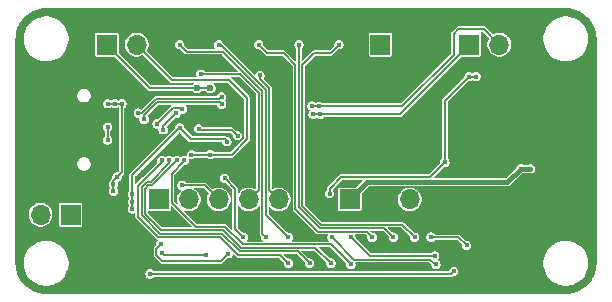
<source format=gbl>
G04 #@! TF.GenerationSoftware,KiCad,Pcbnew,9.0.0*
G04 #@! TF.CreationDate,2025-06-21T12:32:24-04:00*
G04 #@! TF.ProjectId,rp24-usb-tester,72703234-2d75-4736-922d-746573746572,v0.3.2*
G04 #@! TF.SameCoordinates,Original*
G04 #@! TF.FileFunction,Copper,L2,Bot*
G04 #@! TF.FilePolarity,Positive*
%FSLAX46Y46*%
G04 Gerber Fmt 4.6, Leading zero omitted, Abs format (unit mm)*
G04 Created by KiCad (PCBNEW 9.0.0) date 2025-06-21 12:32:24*
%MOMM*%
%LPD*%
G01*
G04 APERTURE LIST*
G04 #@! TA.AperFunction,ComponentPad*
%ADD10R,1.700000X1.700000*%
G04 #@! TD*
G04 #@! TA.AperFunction,ComponentPad*
%ADD11O,1.700000X1.700000*%
G04 #@! TD*
G04 #@! TA.AperFunction,HeatsinkPad*
%ADD12O,2.100000X1.000000*%
G04 #@! TD*
G04 #@! TA.AperFunction,HeatsinkPad*
%ADD13O,1.800000X1.000000*%
G04 #@! TD*
G04 #@! TA.AperFunction,ViaPad*
%ADD14C,0.450000*%
G04 #@! TD*
G04 #@! TA.AperFunction,ViaPad*
%ADD15C,0.600000*%
G04 #@! TD*
G04 #@! TA.AperFunction,Conductor*
%ADD16C,0.200000*%
G04 #@! TD*
G04 #@! TA.AperFunction,Conductor*
%ADD17C,0.400000*%
G04 #@! TD*
G04 #@! TA.AperFunction,Conductor*
%ADD18C,0.150000*%
G04 #@! TD*
G04 #@! TA.AperFunction,Conductor*
%ADD19C,0.160000*%
G04 #@! TD*
G04 APERTURE END LIST*
D10*
G04 #@! TO.P,J6,1,Pin_1*
G04 #@! TO.N,/AUX3*
X12540000Y-16600000D03*
D11*
G04 #@! TO.P,J6,2,Pin_2*
G04 #@! TO.N,/AUX4*
X15080000Y-16600000D03*
G04 #@! TO.P,J6,3,Pin_3*
G04 #@! TO.N,/AUX10*
X17620000Y-16600000D03*
G04 #@! TO.P,J6,4,Pin_4*
G04 #@! TO.N,/AUX11*
X20160000Y-16600000D03*
G04 #@! TO.P,J6,5,Pin_5*
G04 #@! TO.N,/AUX12*
X22700000Y-16600000D03*
G04 #@! TD*
D10*
G04 #@! TO.P,J5,1,Pin_1*
G04 #@! TO.N,/TRACK_LEFT*
X8125000Y-3500000D03*
D11*
G04 #@! TO.P,J5,2,Pin_2*
G04 #@! TO.N,/TRACK_RIGHT*
X10665000Y-3500000D03*
G04 #@! TD*
D10*
G04 #@! TO.P,J7,1,Pin_1*
G04 #@! TO.N,/MOTOR_A*
X38825000Y-3500000D03*
D11*
G04 #@! TO.P,J7,2,Pin_2*
G04 #@! TO.N,/MOTOR_B*
X41365000Y-3500000D03*
G04 #@! TD*
D10*
G04 #@! TO.P,J1,1,Pin_1*
G04 #@! TO.N,/D+*
X5075000Y-17900000D03*
D11*
G04 #@! TO.P,J1,2,Pin_2*
G04 #@! TO.N,/D-*
X2535000Y-17900000D03*
G04 #@! TD*
D12*
G04 #@! TO.P,P1,S1,SHIELD*
G04 #@! TO.N,GND*
X6700000Y-6380000D03*
D13*
X2520000Y-6380000D03*
D12*
X6700000Y-15020000D03*
D13*
X2520000Y-15020000D03*
G04 #@! TD*
D10*
G04 #@! TO.P,J3,1,Pin_1*
G04 #@! TO.N,/CAP+*
X31300000Y-3500000D03*
D11*
G04 #@! TO.P,J3,2,Pin_2*
G04 #@! TO.N,GND*
X33840000Y-3500000D03*
G04 #@! TD*
D10*
G04 #@! TO.P,J2,1,Pin_1*
G04 #@! TO.N,VDC*
X28700000Y-16600000D03*
D11*
G04 #@! TO.P,J2,2,Pin_2*
G04 #@! TO.N,GND*
X31240000Y-16600000D03*
G04 #@! TO.P,J2,3,Pin_3*
G04 #@! TO.N,VCC*
X33780000Y-16600000D03*
G04 #@! TO.P,J2,4,Pin_4*
G04 #@! TO.N,GND*
X36320000Y-16600000D03*
G04 #@! TD*
D14*
G04 #@! TO.N,VDC*
X18300000Y-11700000D03*
X44000000Y-14000000D03*
X43200000Y-14000000D03*
X10300000Y-16149994D03*
X10300000Y-17400000D03*
X14300000Y-10525000D03*
X10300000Y-16774997D03*
G04 #@! TO.N,+5V*
X38800000Y-6200000D03*
X27000000Y-16100000D03*
X37500000Y-22700000D03*
X36750000Y-13450000D03*
X11800000Y-22900000D03*
X39400000Y-6200000D03*
G04 #@! TO.N,Net-(D3-A)*
X12800000Y-21100000D03*
X16500000Y-21325000D03*
G04 #@! TO.N,Net-(D4-A)*
X12700000Y-20400000D03*
X18400000Y-21200000D03*
G04 #@! TO.N,/AUX2*
X18100000Y-14800000D03*
X19700000Y-19800000D03*
G04 #@! TO.N,/AUX5*
X12774997Y-13300000D03*
X23500000Y-22000000D03*
G04 #@! TO.N,/AUX6*
X25300000Y-22000000D03*
X13400000Y-13300000D03*
G04 #@! TO.N,/AUX7*
X27100000Y-22000000D03*
X14074997Y-13300000D03*
G04 #@! TO.N,Net-(D9-A)*
X36000000Y-22100000D03*
X27200000Y-19800000D03*
G04 #@! TO.N,/AUX8*
X14700000Y-13300000D03*
X28800000Y-22100000D03*
D15*
G04 #@! TO.N,/TRACK_LEFT*
X15770982Y-7170982D03*
X16900000Y-7150000D03*
D14*
G04 #@! TO.N,/TRACK_RIGHT*
X15300000Y-12800000D03*
X16900000Y-12800000D03*
G04 #@! TO.N,/D+*
X8210000Y-11560000D03*
X11300000Y-9800000D03*
X8210000Y-10490000D03*
X17863262Y-8530000D03*
G04 #@! TO.N,/D-*
X10800000Y-9300000D03*
X17848975Y-7905161D03*
G04 #@! TO.N,/AUX3*
X14520033Y-8953311D03*
X12400000Y-10200000D03*
G04 #@! TO.N,/MOTOR_B*
X25500000Y-8700000D03*
X26066661Y-8716786D03*
G04 #@! TO.N,GND*
X34500000Y-9900000D03*
X23000000Y-6400000D03*
X11200000Y-14300000D03*
X18650000Y-8900000D03*
X26200000Y-6400000D03*
X23000000Y-10000000D03*
X15600000Y-17900000D03*
X18725000Y-8175000D03*
X13700000Y-17800000D03*
X15900000Y-9000000D03*
X18400000Y-17700000D03*
X20800000Y-17700000D03*
X19200000Y-14500000D03*
X15300000Y-14500000D03*
X17100000Y-14500000D03*
X23000000Y-14500000D03*
X26200000Y-14500000D03*
X34500000Y-5500000D03*
X16300000Y-9400000D03*
X34500000Y-14200000D03*
G04 #@! TO.N,/MOTOR_A*
X25600000Y-9400000D03*
X26200000Y-9400000D03*
G04 #@! TO.N,VCC*
X15900000Y-10600000D03*
X19200000Y-11200000D03*
G04 #@! TO.N,/AUX10*
X14500000Y-15400000D03*
G04 #@! TO.N,/AUX12*
X21100000Y-6100000D03*
G04 #@! TO.N,/AUX11*
X16100000Y-6000000D03*
G04 #@! TO.N,/AUX4*
X12900000Y-10700000D03*
X14000000Y-9300000D03*
G04 #@! TO.N,Net-(D14-A)*
X38600000Y-20500000D03*
X35600000Y-19800000D03*
G04 #@! TO.N,Net-(D6-K)*
X23500000Y-19800000D03*
X17600000Y-3500000D03*
G04 #@! TO.N,Net-(D10-A)*
X28800000Y-19800000D03*
X35900000Y-21400000D03*
G04 #@! TO.N,Net-(D11-K)*
X21000000Y-3500000D03*
X30600000Y-19800000D03*
G04 #@! TO.N,Net-(D12-K)*
X32400000Y-19800000D03*
X24400000Y-3500000D03*
G04 #@! TO.N,Net-(D5-K)*
X14300000Y-3500000D03*
X21600000Y-19800000D03*
G04 #@! TO.N,VBUS*
X9000000Y-14700000D03*
X8700000Y-15900000D03*
X8200000Y-8500000D03*
X8800000Y-8500000D03*
X8700000Y-15300000D03*
X9425003Y-8500000D03*
G04 #@! TO.N,Net-(D14-K)*
X27800000Y-3500000D03*
X34200000Y-19800000D03*
G04 #@! TD*
D16*
G04 #@! TO.N,VDC*
X18100000Y-11500000D02*
X15275000Y-11500000D01*
D17*
X30150000Y-15150000D02*
X28700000Y-16600000D01*
X43200000Y-14000000D02*
X42050000Y-15150000D01*
D16*
X10300000Y-17400000D02*
X10300000Y-16149994D01*
D17*
X44000000Y-14000000D02*
X43200000Y-14000000D01*
X42050000Y-15150000D02*
X30150000Y-15150000D01*
D16*
X15275000Y-11500000D02*
X14300000Y-10525000D01*
X10300000Y-14492893D02*
X14267893Y-10525000D01*
X18300000Y-11700000D02*
X18100000Y-11500000D01*
X14267893Y-10525000D02*
X14300000Y-10525000D01*
X10300000Y-16149994D02*
X10300000Y-14492893D01*
G04 #@! TO.N,+5V*
X37300000Y-22900000D02*
X37500000Y-22700000D01*
X38800000Y-6200000D02*
X39400000Y-6200000D01*
X27000000Y-15700000D02*
X27000000Y-16100000D01*
X28000000Y-14700000D02*
X27000000Y-15700000D01*
X36750000Y-8250000D02*
X36750000Y-13450000D01*
X38800000Y-6200000D02*
X36750000Y-8250000D01*
X36750000Y-13450000D02*
X35500000Y-14700000D01*
X35500000Y-14700000D02*
X28000000Y-14700000D01*
X11800000Y-22900000D02*
X37300000Y-22900000D01*
D18*
G04 #@! TO.N,Net-(D3-A)*
X16475000Y-21300000D02*
X13000000Y-21300000D01*
X16500000Y-21325000D02*
X16475000Y-21300000D01*
X13000000Y-21300000D02*
X12800000Y-21100000D01*
G04 #@! TO.N,Net-(D4-A)*
X12700000Y-20400000D02*
X12325000Y-20775000D01*
X12828248Y-21800000D02*
X17800000Y-21800000D01*
X17800000Y-21800000D02*
X18400000Y-21200000D01*
X12325000Y-20775000D02*
X12325000Y-21296752D01*
X12325000Y-21296752D02*
X12828248Y-21800000D01*
G04 #@! TO.N,/AUX2*
X19000000Y-19100000D02*
X19000000Y-15700000D01*
X19000000Y-15700000D02*
X18100000Y-14800000D01*
X19700000Y-19800000D02*
X19000000Y-19100000D01*
G04 #@! TO.N,/AUX5*
X17755456Y-19800000D02*
X19255456Y-21300000D01*
X12774997Y-13425003D02*
X11413234Y-14786766D01*
X11413234Y-14800000D02*
X10775000Y-15438234D01*
X12774997Y-13300000D02*
X12774997Y-13425003D01*
X19255456Y-21300000D02*
X22800000Y-21300000D01*
X10775000Y-18075000D02*
X12500000Y-19800000D01*
X11413234Y-14786766D02*
X11413234Y-14800000D01*
X10775000Y-15438234D02*
X10775000Y-18075000D01*
X22800000Y-21300000D02*
X23500000Y-22000000D01*
X12500000Y-19800000D02*
X17755456Y-19800000D01*
G04 #@! TO.N,/AUX6*
X25300000Y-22000000D02*
X24300000Y-21000000D01*
X11075000Y-17950736D02*
X11075000Y-15562498D01*
X11847488Y-15100000D02*
X13400000Y-13547488D01*
X17879720Y-19500000D02*
X12624264Y-19500000D01*
X13400000Y-13547488D02*
X13400000Y-13300000D01*
X12624264Y-19500000D02*
X11075000Y-17950736D01*
X11537498Y-15100000D02*
X11847488Y-15100000D01*
X24300000Y-21000000D02*
X19379720Y-21000000D01*
X11075000Y-15562498D02*
X11537498Y-15100000D01*
X19379720Y-21000000D02*
X17879720Y-19500000D01*
G04 #@! TO.N,/AUX7*
X11661762Y-15400000D02*
X11375000Y-15686762D01*
X14074997Y-13300000D02*
X14071752Y-13300000D01*
X11971752Y-15400000D02*
X11661762Y-15400000D01*
X18003984Y-19200000D02*
X19503984Y-20700000D01*
X12748528Y-19200000D02*
X18003984Y-19200000D01*
X11375000Y-15686762D02*
X11375000Y-17826472D01*
X19503984Y-20700000D02*
X25800000Y-20700000D01*
X14071752Y-13300000D02*
X11971752Y-15400000D01*
X11375000Y-17826472D02*
X12748528Y-19200000D01*
X25800000Y-20700000D02*
X27100000Y-22000000D01*
G04 #@! TO.N,Net-(D9-A)*
X27200000Y-19800000D02*
X29100000Y-21700000D01*
X29100000Y-21700000D02*
X35528248Y-21700000D01*
X35528248Y-21700000D02*
X35928248Y-22100000D01*
X35928248Y-22100000D02*
X36000000Y-22100000D01*
G04 #@! TO.N,/AUX8*
X18128248Y-18900000D02*
X19628248Y-20400000D01*
X13615000Y-14431749D02*
X13615000Y-16865000D01*
X15650000Y-18900000D02*
X18128248Y-18900000D01*
X27100000Y-20400000D02*
X28800000Y-22100000D01*
X14700000Y-13346749D02*
X13615000Y-14431749D01*
X19628248Y-20400000D02*
X27100000Y-20400000D01*
X13615000Y-16865000D02*
X15650000Y-18900000D01*
X14700000Y-13300000D02*
X14700000Y-13346749D01*
D16*
G04 #@! TO.N,/TRACK_LEFT*
X11795982Y-7170982D02*
X15770982Y-7170982D01*
X16900000Y-7150000D02*
X15791964Y-7150000D01*
X15791964Y-7150000D02*
X15770982Y-7170982D01*
X8125000Y-3500000D02*
X11795982Y-7170982D01*
G04 #@! TO.N,/TRACK_RIGHT*
X15300000Y-12800000D02*
X16900000Y-12800000D01*
X18700000Y-12800000D02*
X17100000Y-12800000D01*
X13665000Y-6500000D02*
X18500000Y-6500000D01*
X20000000Y-8000000D02*
X20000000Y-11500000D01*
D18*
X16900000Y-12800000D02*
X17100000Y-12800000D01*
D16*
X18500000Y-6500000D02*
X20000000Y-8000000D01*
X20000000Y-11500000D02*
X18700000Y-12800000D01*
X10665000Y-3500000D02*
X13665000Y-6500000D01*
D19*
G04 #@! TO.N,/D+*
X11300000Y-9800000D02*
X11300000Y-9490919D01*
X12405919Y-8385000D02*
X17718262Y-8385000D01*
X8210000Y-10490000D02*
X8210000Y-11560000D01*
X11300000Y-9490919D02*
X12405919Y-8385000D01*
X17718262Y-8385000D02*
X17863262Y-8530000D01*
G04 #@! TO.N,/D-*
X17599439Y-8115000D02*
X17809278Y-7905161D01*
X17848975Y-7905161D02*
X17809278Y-7905161D01*
X10800000Y-9300000D02*
X11109081Y-9300000D01*
X11109081Y-9300000D02*
X12294080Y-8115000D01*
X12294080Y-8115000D02*
X17599439Y-8115000D01*
D18*
G04 #@! TO.N,/AUX3*
X13775000Y-8825000D02*
X14391722Y-8825000D01*
X12400000Y-10200000D02*
X13775000Y-8825000D01*
X14391722Y-8825000D02*
X14520033Y-8953311D01*
D16*
G04 #@! TO.N,/MOTOR_B*
X37500000Y-2600000D02*
X37900000Y-2200000D01*
X40065000Y-2200000D02*
X41365000Y-3500000D01*
X33130026Y-8700000D02*
X37500000Y-4330026D01*
X37500000Y-4330026D02*
X37500000Y-2600000D01*
X37900000Y-2200000D02*
X40065000Y-2200000D01*
X25500000Y-8700000D02*
X33130026Y-8700000D01*
G04 #@! TO.N,/MOTOR_A*
X38600000Y-3500000D02*
X38800000Y-3500000D01*
X25600000Y-9400000D02*
X32925000Y-9400000D01*
X32925000Y-9400000D02*
X38825000Y-3500000D01*
D18*
G04 #@! TO.N,VCC*
X19200000Y-11200000D02*
X18725000Y-10725000D01*
X16025000Y-10725000D02*
X15900000Y-10600000D01*
X18725000Y-10725000D02*
X16025000Y-10725000D01*
G04 #@! TO.N,/AUX10*
X14500000Y-15400000D02*
X16420000Y-15400000D01*
X16420000Y-15400000D02*
X17620000Y-16600000D01*
G04 #@! TO.N,/AUX12*
X21900000Y-7175736D02*
X21900000Y-15800000D01*
X21100000Y-6375736D02*
X21900000Y-7175736D01*
X21900000Y-15800000D02*
X22700000Y-16600000D01*
X21100000Y-6100000D02*
X21100000Y-6375736D01*
G04 #@! TO.N,/AUX11*
X19451472Y-6000000D02*
X21000000Y-7548528D01*
X21000000Y-7548528D02*
X21000000Y-15760000D01*
X16100000Y-6000000D02*
X19451472Y-6000000D01*
X21000000Y-15760000D02*
X20160000Y-16600000D01*
G04 #@! TO.N,/AUX4*
X12900000Y-10700000D02*
X12900000Y-10400000D01*
X12900000Y-10400000D02*
X14000000Y-9300000D01*
G04 #@! TO.N,Net-(D14-A)*
X37900000Y-19800000D02*
X38600000Y-20500000D01*
X35600000Y-19800000D02*
X37900000Y-19800000D01*
G04 #@! TO.N,Net-(D6-K)*
X17800000Y-3500000D02*
X21600000Y-7300000D01*
X21600000Y-17900000D02*
X23500000Y-19800000D01*
X21600000Y-7300000D02*
X21600000Y-17900000D01*
X17600000Y-3500000D02*
X17800000Y-3500000D01*
G04 #@! TO.N,Net-(D10-A)*
X30400000Y-21400000D02*
X28800000Y-19800000D01*
X35900000Y-21400000D02*
X30400000Y-21400000D01*
G04 #@! TO.N,Net-(D11-K)*
X24100000Y-17400000D02*
X26025000Y-19325000D01*
X23100000Y-4200000D02*
X24100000Y-5200000D01*
X24100000Y-5200000D02*
X24100000Y-17400000D01*
X30125000Y-19325000D02*
X30600000Y-19800000D01*
X26025000Y-19325000D02*
X30125000Y-19325000D01*
X21000000Y-3500000D02*
X21700000Y-4200000D01*
X21700000Y-4200000D02*
X23100000Y-4200000D01*
G04 #@! TO.N,Net-(D12-K)*
X24400000Y-17275736D02*
X26149264Y-19025000D01*
X31625000Y-19025000D02*
X32400000Y-19800000D01*
X24400000Y-3500000D02*
X24400000Y-17275736D01*
X26149264Y-19025000D02*
X31625000Y-19025000D01*
G04 #@! TO.N,Net-(D5-K)*
X21300000Y-7424264D02*
X21300000Y-19500000D01*
X21300000Y-19500000D02*
X21600000Y-19800000D01*
X14900000Y-4100000D02*
X17975736Y-4100000D01*
X17975736Y-4100000D02*
X21300000Y-7424264D01*
X14300000Y-3500000D02*
X14900000Y-4100000D01*
D16*
G04 #@! TO.N,VBUS*
X8200000Y-8500000D02*
X9425003Y-8500000D01*
D18*
X8700000Y-15000000D02*
X9000000Y-14700000D01*
X9000000Y-14700000D02*
X9400000Y-14300000D01*
X8700000Y-15900000D02*
X8700000Y-15000000D01*
X9400000Y-14300000D02*
X9400000Y-8525003D01*
X9400000Y-8525003D02*
X9425003Y-8500000D01*
G04 #@! TO.N,Net-(D14-K)*
X27100000Y-4200000D02*
X25700000Y-4200000D01*
X27800000Y-3500000D02*
X27100000Y-4200000D01*
X33125000Y-18725000D02*
X34200000Y-19800000D01*
X24700000Y-17151472D02*
X26273528Y-18725000D01*
X25700000Y-4200000D02*
X24700000Y-5200000D01*
X24700000Y-5200000D02*
X24700000Y-17151472D01*
X26273528Y-18725000D02*
X33125000Y-18725000D01*
G04 #@! TD*
G04 #@! TA.AperFunction,Conductor*
G04 #@! TO.N,GND*
G36*
X19309148Y-17129157D02*
G01*
X19315238Y-17136577D01*
X19347043Y-17184177D01*
X19382857Y-17237777D01*
X19382861Y-17237782D01*
X19522218Y-17377139D01*
X19686086Y-17486632D01*
X19868165Y-17562051D01*
X20061459Y-17600500D01*
X20258541Y-17600500D01*
X20451835Y-17562051D01*
X20633914Y-17486632D01*
X20797782Y-17377139D01*
X20937139Y-17237782D01*
X20984759Y-17166513D01*
X21015940Y-17145679D01*
X21052723Y-17152995D01*
X21073558Y-17184177D01*
X21074500Y-17193737D01*
X21074500Y-19451188D01*
X21074499Y-19451202D01*
X21074499Y-19544856D01*
X21079557Y-19557065D01*
X21086779Y-19574500D01*
X21108830Y-19627736D01*
X21108831Y-19627737D01*
X21108831Y-19627738D01*
X21179155Y-19698061D01*
X21179157Y-19698062D01*
X21185771Y-19704676D01*
X21200123Y-19739324D01*
X21199705Y-19745712D01*
X21199500Y-19747271D01*
X21199500Y-19852730D01*
X21226792Y-19954585D01*
X21226793Y-19954589D01*
X21279520Y-20045913D01*
X21324459Y-20090852D01*
X21338811Y-20125500D01*
X21324459Y-20160148D01*
X21289811Y-20174500D01*
X20010189Y-20174500D01*
X19975541Y-20160148D01*
X19961189Y-20125500D01*
X19975541Y-20090852D01*
X20020479Y-20045914D01*
X20020480Y-20045913D01*
X20073207Y-19954587D01*
X20100499Y-19852730D01*
X20100500Y-19852730D01*
X20100500Y-19747270D01*
X20100499Y-19747269D01*
X20085467Y-19691170D01*
X20073207Y-19645413D01*
X20073206Y-19645412D01*
X20073206Y-19645410D01*
X20022199Y-19557065D01*
X20020480Y-19554087D01*
X19945913Y-19479520D01*
X19854589Y-19426793D01*
X19854585Y-19426792D01*
X19752730Y-19399500D01*
X19752727Y-19399500D01*
X19647273Y-19399500D01*
X19647271Y-19399500D01*
X19645712Y-19399705D01*
X19644947Y-19399500D01*
X19644062Y-19399500D01*
X19644062Y-19399262D01*
X19609488Y-19389993D01*
X19604676Y-19385771D01*
X19239852Y-19020946D01*
X19225500Y-18986298D01*
X19225500Y-17163805D01*
X19239852Y-17129157D01*
X19274500Y-17114805D01*
X19309148Y-17129157D01*
G37*
G04 #@! TD.AperFunction*
G04 #@! TA.AperFunction,Conductor*
G36*
X19372419Y-6239852D02*
G01*
X20760148Y-7627581D01*
X20774500Y-7662229D01*
X20774500Y-15646297D01*
X20760148Y-15680945D01*
X20718585Y-15722508D01*
X20683937Y-15736860D01*
X20656714Y-15728602D01*
X20633914Y-15713367D01*
X20451836Y-15637949D01*
X20451827Y-15637947D01*
X20258544Y-15599500D01*
X20258541Y-15599500D01*
X20061459Y-15599500D01*
X20061455Y-15599500D01*
X19868172Y-15637947D01*
X19868163Y-15637949D01*
X19686089Y-15713366D01*
X19522218Y-15822860D01*
X19382860Y-15962218D01*
X19315242Y-16063417D01*
X19284059Y-16084252D01*
X19247277Y-16076936D01*
X19226442Y-16045753D01*
X19225500Y-16036194D01*
X19225500Y-15655147D01*
X19225500Y-15655145D01*
X19191170Y-15572264D01*
X19191169Y-15572263D01*
X19191168Y-15572261D01*
X19124946Y-15506040D01*
X19124939Y-15506034D01*
X18514228Y-14895323D01*
X18499876Y-14860675D01*
X18500296Y-14854274D01*
X18500500Y-14852725D01*
X18500500Y-14747270D01*
X18500499Y-14747269D01*
X18476856Y-14659031D01*
X18473207Y-14645413D01*
X18473206Y-14645412D01*
X18473206Y-14645410D01*
X18422799Y-14558104D01*
X18420480Y-14554087D01*
X18345913Y-14479520D01*
X18340862Y-14476604D01*
X18254589Y-14426793D01*
X18254585Y-14426792D01*
X18152730Y-14399500D01*
X18152727Y-14399500D01*
X18047273Y-14399500D01*
X18047270Y-14399500D01*
X17945414Y-14426792D01*
X17945410Y-14426793D01*
X17854086Y-14479520D01*
X17854086Y-14479521D01*
X17779521Y-14554086D01*
X17779520Y-14554086D01*
X17726793Y-14645410D01*
X17726792Y-14645414D01*
X17699500Y-14747269D01*
X17699500Y-14852730D01*
X17726792Y-14954585D01*
X17726793Y-14954589D01*
X17768481Y-15026793D01*
X17779520Y-15045913D01*
X17854087Y-15120480D01*
X17887513Y-15139778D01*
X17945410Y-15173206D01*
X17945412Y-15173206D01*
X17945413Y-15173207D01*
X18024504Y-15194399D01*
X18047269Y-15200499D01*
X18047270Y-15200500D01*
X18047273Y-15200500D01*
X18152726Y-15200500D01*
X18152727Y-15200500D01*
X18152727Y-15200499D01*
X18154274Y-15200296D01*
X18155036Y-15200500D01*
X18155939Y-15200500D01*
X18155939Y-15200741D01*
X18190500Y-15209999D01*
X18195323Y-15214228D01*
X18760148Y-15779053D01*
X18774500Y-15813701D01*
X18774500Y-19055142D01*
X18774499Y-19055145D01*
X18774499Y-19109050D01*
X18760147Y-19143698D01*
X18735646Y-19153845D01*
X18725499Y-19158049D01*
X18725498Y-19158048D01*
X18725498Y-19158049D01*
X18690850Y-19143697D01*
X18690849Y-19143695D01*
X18326310Y-18779157D01*
X18326310Y-18779156D01*
X18255985Y-18708830D01*
X18231708Y-18698774D01*
X18173104Y-18674499D01*
X18173103Y-18674499D01*
X18083393Y-18674499D01*
X18077692Y-18674499D01*
X18077684Y-18674500D01*
X15763701Y-18674500D01*
X15729053Y-18660148D01*
X14693979Y-17625074D01*
X14679627Y-17590426D01*
X14693979Y-17555778D01*
X14728627Y-17541426D01*
X14747374Y-17545155D01*
X14788165Y-17562051D01*
X14981459Y-17600500D01*
X15178541Y-17600500D01*
X15371835Y-17562051D01*
X15553914Y-17486632D01*
X15717782Y-17377139D01*
X15857139Y-17237782D01*
X15966632Y-17073914D01*
X16042051Y-16891835D01*
X16080500Y-16698541D01*
X16080500Y-16501459D01*
X16042051Y-16308165D01*
X15966632Y-16126086D01*
X15857139Y-15962218D01*
X15717782Y-15822861D01*
X15684316Y-15800500D01*
X15622634Y-15759285D01*
X15556717Y-15715241D01*
X15535883Y-15684060D01*
X15543199Y-15647277D01*
X15574381Y-15626442D01*
X15583941Y-15625500D01*
X16306299Y-15625500D01*
X16340947Y-15639852D01*
X16742509Y-16041414D01*
X16756861Y-16076062D01*
X16748604Y-16103284D01*
X16733365Y-16126090D01*
X16657949Y-16308163D01*
X16657947Y-16308172D01*
X16619500Y-16501455D01*
X16619500Y-16698544D01*
X16657947Y-16891827D01*
X16657949Y-16891836D01*
X16733366Y-17073910D01*
X16733368Y-17073914D01*
X16781320Y-17145679D01*
X16842857Y-17237777D01*
X16842861Y-17237782D01*
X16982218Y-17377139D01*
X17146086Y-17486632D01*
X17328165Y-17562051D01*
X17521459Y-17600500D01*
X17718541Y-17600500D01*
X17911835Y-17562051D01*
X18093914Y-17486632D01*
X18257782Y-17377139D01*
X18397139Y-17237782D01*
X18506632Y-17073914D01*
X18582051Y-16891835D01*
X18620500Y-16698541D01*
X18620500Y-16501459D01*
X18582051Y-16308165D01*
X18506632Y-16126086D01*
X18397139Y-15962218D01*
X18257782Y-15822861D01*
X18224316Y-15800500D01*
X18169407Y-15763811D01*
X18093914Y-15713368D01*
X18093911Y-15713366D01*
X18093910Y-15713366D01*
X17911836Y-15637949D01*
X17911827Y-15637947D01*
X17718544Y-15599500D01*
X17718541Y-15599500D01*
X17521459Y-15599500D01*
X17521455Y-15599500D01*
X17328172Y-15637947D01*
X17328163Y-15637949D01*
X17146090Y-15713365D01*
X17146086Y-15713368D01*
X17123283Y-15728604D01*
X17086501Y-15735919D01*
X17061414Y-15722509D01*
X16618062Y-15279157D01*
X16618062Y-15279156D01*
X16547738Y-15208831D01*
X16547736Y-15208830D01*
X16517109Y-15196144D01*
X16464856Y-15174499D01*
X16464855Y-15174499D01*
X16375145Y-15174499D01*
X16369444Y-15174499D01*
X16369436Y-15174500D01*
X14860308Y-15174500D01*
X14825660Y-15160148D01*
X14821438Y-15155335D01*
X14820480Y-15154087D01*
X14745913Y-15079520D01*
X14654589Y-15026793D01*
X14654585Y-15026792D01*
X14552730Y-14999500D01*
X14552727Y-14999500D01*
X14447273Y-14999500D01*
X14447270Y-14999500D01*
X14345414Y-15026792D01*
X14345410Y-15026793D01*
X14254086Y-15079520D01*
X14254086Y-15079521D01*
X14179521Y-15154086D01*
X14179520Y-15154086D01*
X14126793Y-15245410D01*
X14126792Y-15245414D01*
X14099500Y-15347269D01*
X14099500Y-15452730D01*
X14126792Y-15554585D01*
X14126793Y-15554589D01*
X14168278Y-15626442D01*
X14179520Y-15645913D01*
X14254087Y-15720480D01*
X14282458Y-15736860D01*
X14345409Y-15773205D01*
X14345413Y-15773207D01*
X14378945Y-15782191D01*
X14408696Y-15805020D01*
X14413592Y-15842203D01*
X14400909Y-15864169D01*
X14302860Y-15962217D01*
X14193366Y-16126089D01*
X14117949Y-16308163D01*
X14117947Y-16308172D01*
X14079500Y-16501455D01*
X14079500Y-16698544D01*
X14117947Y-16891827D01*
X14117949Y-16891836D01*
X14134843Y-16932621D01*
X14134843Y-16970124D01*
X14108324Y-16996642D01*
X14070821Y-16996642D01*
X14054925Y-16986020D01*
X13854852Y-16785947D01*
X13840500Y-16751299D01*
X13840500Y-14545450D01*
X13854852Y-14510802D01*
X14650802Y-13714852D01*
X14685450Y-13700500D01*
X14752730Y-13700500D01*
X14752730Y-13700499D01*
X14854587Y-13673207D01*
X14945913Y-13620480D01*
X15020480Y-13545913D01*
X15073207Y-13454587D01*
X15100499Y-13352730D01*
X15100500Y-13352730D01*
X15100500Y-13247273D01*
X15100499Y-13247269D01*
X15097611Y-13236491D01*
X15102504Y-13199311D01*
X15132256Y-13176479D01*
X15157623Y-13176479D01*
X15247269Y-13200499D01*
X15247270Y-13200500D01*
X15247273Y-13200500D01*
X15352730Y-13200500D01*
X15352730Y-13200499D01*
X15454587Y-13173207D01*
X15545913Y-13120480D01*
X15601541Y-13064852D01*
X15636189Y-13050500D01*
X16563811Y-13050500D01*
X16598459Y-13064852D01*
X16654087Y-13120480D01*
X16669686Y-13129486D01*
X16745410Y-13173206D01*
X16745412Y-13173206D01*
X16745413Y-13173207D01*
X16825747Y-13194732D01*
X16847269Y-13200499D01*
X16847270Y-13200500D01*
X16847273Y-13200500D01*
X16952730Y-13200500D01*
X16952730Y-13200499D01*
X17054587Y-13173207D01*
X17145913Y-13120480D01*
X17201541Y-13064852D01*
X17236189Y-13050500D01*
X18749826Y-13050500D01*
X18749828Y-13050500D01*
X18841897Y-13012364D01*
X20135004Y-11719254D01*
X20135007Y-11719253D01*
X20141896Y-11712364D01*
X20141897Y-11712364D01*
X20212364Y-11641897D01*
X20229511Y-11600500D01*
X20250501Y-11549827D01*
X20250501Y-11450172D01*
X20250501Y-11446229D01*
X20250500Y-11446215D01*
X20250500Y-7950174D01*
X20250499Y-7950170D01*
X20237833Y-7919591D01*
X20212364Y-7858103D01*
X20212362Y-7858101D01*
X20212362Y-7858100D01*
X20141897Y-7787636D01*
X18663410Y-6309148D01*
X18649058Y-6274500D01*
X18663410Y-6239852D01*
X18698058Y-6225500D01*
X19337771Y-6225500D01*
X19372419Y-6239852D01*
G37*
G04 #@! TD.AperFunction*
G04 #@! TA.AperFunction,Conductor*
G36*
X13624148Y-17193053D02*
G01*
X15321947Y-18890852D01*
X15336299Y-18925500D01*
X15321947Y-18960148D01*
X15287299Y-18974500D01*
X12862229Y-18974500D01*
X12827581Y-18960148D01*
X11614852Y-17747419D01*
X11600500Y-17712771D01*
X11600500Y-17645351D01*
X11614852Y-17610703D01*
X11649500Y-17596351D01*
X11659054Y-17597292D01*
X11675180Y-17600500D01*
X11675181Y-17600500D01*
X13404820Y-17600500D01*
X13448722Y-17591767D01*
X13498504Y-17558504D01*
X13531767Y-17508722D01*
X13540500Y-17464820D01*
X13540500Y-17227701D01*
X13554852Y-17193053D01*
X13589500Y-17178701D01*
X13624148Y-17193053D01*
G37*
G04 #@! TD.AperFunction*
G04 #@! TA.AperFunction,Conductor*
G36*
X47001371Y-400577D02*
G01*
X47288310Y-416691D01*
X47293754Y-417304D01*
X47575738Y-465215D01*
X47581084Y-466435D01*
X47766030Y-519717D01*
X47855918Y-545614D01*
X47861104Y-547429D01*
X48125336Y-656877D01*
X48130287Y-659261D01*
X48380619Y-797614D01*
X48385243Y-800519D01*
X48618538Y-966051D01*
X48622805Y-969455D01*
X48819702Y-1145413D01*
X48836072Y-1160042D01*
X48839955Y-1163925D01*
X49030542Y-1377192D01*
X49033950Y-1381463D01*
X49199477Y-1614752D01*
X49202390Y-1619389D01*
X49340738Y-1869712D01*
X49343122Y-1874663D01*
X49452570Y-2138895D01*
X49454385Y-2144081D01*
X49533562Y-2418910D01*
X49534785Y-2424267D01*
X49582694Y-2706237D01*
X49583309Y-2711697D01*
X49599423Y-2998627D01*
X49599500Y-3001375D01*
X49599500Y-21998624D01*
X49599423Y-22001372D01*
X49583309Y-22288302D01*
X49582694Y-22293762D01*
X49534785Y-22575732D01*
X49533562Y-22581089D01*
X49454385Y-22855918D01*
X49452570Y-22861104D01*
X49343122Y-23125336D01*
X49340738Y-23130287D01*
X49202390Y-23380610D01*
X49199471Y-23385255D01*
X49033956Y-23618527D01*
X49030537Y-23622814D01*
X48839957Y-23836072D01*
X48836072Y-23839957D01*
X48622814Y-24030537D01*
X48618527Y-24033956D01*
X48385255Y-24199471D01*
X48380610Y-24202390D01*
X48130287Y-24340738D01*
X48125336Y-24343122D01*
X47861104Y-24452570D01*
X47855918Y-24454385D01*
X47581089Y-24533562D01*
X47575732Y-24534785D01*
X47293762Y-24582694D01*
X47288302Y-24583309D01*
X47030529Y-24597785D01*
X47001370Y-24599423D01*
X46998624Y-24599500D01*
X3001376Y-24599500D01*
X2998629Y-24599423D01*
X2965650Y-24597570D01*
X2711697Y-24583309D01*
X2706237Y-24582694D01*
X2424267Y-24534785D01*
X2418910Y-24533562D01*
X2144081Y-24454385D01*
X2138895Y-24452570D01*
X1874663Y-24343122D01*
X1869712Y-24340738D01*
X1619389Y-24202390D01*
X1614752Y-24199477D01*
X1381463Y-24033950D01*
X1377192Y-24030542D01*
X1163925Y-23839955D01*
X1160042Y-23836072D01*
X969455Y-23622805D01*
X966051Y-23618538D01*
X800519Y-23385243D01*
X797614Y-23380619D01*
X659261Y-23130287D01*
X656877Y-23125336D01*
X547429Y-22861104D01*
X545614Y-22855918D01*
X504748Y-22714068D01*
X466435Y-22581084D01*
X465214Y-22575732D01*
X417304Y-22293754D01*
X416691Y-22288310D01*
X400577Y-22001371D01*
X400500Y-21998624D01*
X400500Y-21875435D01*
X1099500Y-21875435D01*
X1099500Y-21913734D01*
X1099500Y-22124565D01*
X1132018Y-22371565D01*
X1132019Y-22371569D01*
X1132020Y-22371576D01*
X1196495Y-22612200D01*
X1196499Y-22612210D01*
X1211023Y-22647273D01*
X1291836Y-22842373D01*
X1314323Y-22881322D01*
X1416399Y-23058124D01*
X1416409Y-23058139D01*
X1568057Y-23255770D01*
X1568067Y-23255782D01*
X1744217Y-23431932D01*
X1744229Y-23431942D01*
X1941860Y-23583590D01*
X1941869Y-23583596D01*
X1941873Y-23583599D01*
X2157627Y-23708164D01*
X2387793Y-23803502D01*
X2387796Y-23803502D01*
X2387799Y-23803504D01*
X2628423Y-23867979D01*
X2628424Y-23867979D01*
X2628435Y-23867982D01*
X2875435Y-23900500D01*
X2875439Y-23900500D01*
X3124561Y-23900500D01*
X3124565Y-23900500D01*
X3371565Y-23867982D01*
X3443056Y-23848825D01*
X3612200Y-23803504D01*
X3612200Y-23803503D01*
X3612207Y-23803502D01*
X3842373Y-23708164D01*
X4058127Y-23583599D01*
X4255776Y-23431938D01*
X4431938Y-23255776D01*
X4583599Y-23058127D01*
X4705337Y-22847269D01*
X11399500Y-22847269D01*
X11399500Y-22952730D01*
X11426792Y-23054585D01*
X11426793Y-23054589D01*
X11467640Y-23125336D01*
X11479520Y-23145913D01*
X11554087Y-23220480D01*
X11587513Y-23239778D01*
X11645410Y-23273206D01*
X11645412Y-23273206D01*
X11645413Y-23273207D01*
X11725747Y-23294732D01*
X11747269Y-23300499D01*
X11747270Y-23300500D01*
X11747273Y-23300500D01*
X11852730Y-23300500D01*
X11852730Y-23300499D01*
X11954587Y-23273207D01*
X12045913Y-23220480D01*
X12101541Y-23164852D01*
X12136189Y-23150500D01*
X37349826Y-23150500D01*
X37349828Y-23150500D01*
X37441897Y-23112364D01*
X37441901Y-23112359D01*
X37445913Y-23109681D01*
X37447209Y-23111621D01*
X37474058Y-23100500D01*
X37552730Y-23100500D01*
X37552730Y-23100499D01*
X37654587Y-23073207D01*
X37745913Y-23020480D01*
X37820480Y-22945913D01*
X37873207Y-22854587D01*
X37900499Y-22752730D01*
X37900500Y-22752730D01*
X37900500Y-22647270D01*
X37900499Y-22647269D01*
X37873207Y-22545414D01*
X37873206Y-22545410D01*
X37820479Y-22454086D01*
X37745913Y-22379520D01*
X37654589Y-22326793D01*
X37654585Y-22326792D01*
X37552730Y-22299500D01*
X37552727Y-22299500D01*
X37447273Y-22299500D01*
X37447270Y-22299500D01*
X37345414Y-22326792D01*
X37345410Y-22326793D01*
X37254086Y-22379520D01*
X37254086Y-22379521D01*
X37179521Y-22454086D01*
X37179520Y-22454086D01*
X37126793Y-22545410D01*
X37126792Y-22545414D01*
X37108634Y-22613182D01*
X37085804Y-22642935D01*
X37061304Y-22649500D01*
X12136189Y-22649500D01*
X12101541Y-22635148D01*
X12045913Y-22579520D01*
X11954589Y-22526793D01*
X11954585Y-22526792D01*
X11852730Y-22499500D01*
X11852727Y-22499500D01*
X11747273Y-22499500D01*
X11747270Y-22499500D01*
X11645414Y-22526792D01*
X11645410Y-22526793D01*
X11554086Y-22579520D01*
X11554086Y-22579521D01*
X11479521Y-22654086D01*
X11479520Y-22654086D01*
X11426793Y-22745410D01*
X11426792Y-22745414D01*
X11399500Y-22847269D01*
X4705337Y-22847269D01*
X4708164Y-22842373D01*
X4803502Y-22612207D01*
X4812261Y-22579520D01*
X4867979Y-22371576D01*
X4867978Y-22371576D01*
X4867982Y-22371565D01*
X4900500Y-22124565D01*
X4900500Y-21875435D01*
X4867982Y-21628435D01*
X4864175Y-21614228D01*
X4803504Y-21387799D01*
X4803500Y-21387789D01*
X4708164Y-21157627D01*
X4583599Y-20941873D01*
X4583596Y-20941869D01*
X4583590Y-20941860D01*
X4431942Y-20744229D01*
X4431932Y-20744217D01*
X4255782Y-20568067D01*
X4255770Y-20568057D01*
X4058139Y-20416409D01*
X4058124Y-20416399D01*
X3935173Y-20345414D01*
X3842373Y-20291836D01*
X3641979Y-20208830D01*
X3612210Y-20196499D01*
X3612200Y-20196495D01*
X3371576Y-20132020D01*
X3371569Y-20132019D01*
X3371565Y-20132018D01*
X3124565Y-20099500D01*
X2875435Y-20099500D01*
X2628435Y-20132018D01*
X2628431Y-20132018D01*
X2628423Y-20132020D01*
X2387799Y-20196495D01*
X2387789Y-20196499D01*
X2269709Y-20245410D01*
X2157627Y-20291836D01*
X2157624Y-20291837D01*
X2157623Y-20291838D01*
X1941875Y-20416399D01*
X1941860Y-20416409D01*
X1744229Y-20568057D01*
X1744217Y-20568067D01*
X1568067Y-20744217D01*
X1568057Y-20744229D01*
X1416409Y-20941860D01*
X1416399Y-20941875D01*
X1291838Y-21157623D01*
X1291836Y-21157627D01*
X1285020Y-21174082D01*
X1196499Y-21387789D01*
X1196495Y-21387799D01*
X1132020Y-21628423D01*
X1132018Y-21628431D01*
X1132018Y-21628435D01*
X1099500Y-21875435D01*
X400500Y-21875435D01*
X400500Y-17801455D01*
X1534500Y-17801455D01*
X1534500Y-17998544D01*
X1572947Y-18191827D01*
X1572949Y-18191836D01*
X1606594Y-18273062D01*
X1648368Y-18373914D01*
X1757861Y-18537782D01*
X1897218Y-18677139D01*
X2061086Y-18786632D01*
X2243165Y-18862051D01*
X2436459Y-18900500D01*
X2633541Y-18900500D01*
X2826835Y-18862051D01*
X3008914Y-18786632D01*
X3172782Y-18677139D01*
X3312139Y-18537782D01*
X3421632Y-18373914D01*
X3497051Y-18191835D01*
X3535500Y-17998541D01*
X3535500Y-17801459D01*
X3497051Y-17608165D01*
X3421632Y-17426086D01*
X3312139Y-17262218D01*
X3172782Y-17122861D01*
X3160725Y-17114805D01*
X3119857Y-17087498D01*
X3041552Y-17035176D01*
X4074500Y-17035176D01*
X4074500Y-18764823D01*
X4083232Y-18808721D01*
X4116495Y-18858504D01*
X4164909Y-18890852D01*
X4166278Y-18891767D01*
X4210180Y-18900500D01*
X5939820Y-18900500D01*
X5983722Y-18891767D01*
X6033504Y-18858504D01*
X6066767Y-18808722D01*
X6075500Y-18764820D01*
X6075500Y-17035180D01*
X6066767Y-16991278D01*
X6063254Y-16986020D01*
X6033504Y-16941495D01*
X5983721Y-16908232D01*
X5939823Y-16899500D01*
X5939820Y-16899500D01*
X4210180Y-16899500D01*
X4210176Y-16899500D01*
X4166278Y-16908232D01*
X4116495Y-16941495D01*
X4083232Y-16991278D01*
X4074500Y-17035176D01*
X3041552Y-17035176D01*
X3008914Y-17013368D01*
X3008911Y-17013366D01*
X3008910Y-17013366D01*
X2826836Y-16937949D01*
X2826827Y-16937947D01*
X2633544Y-16899500D01*
X2633541Y-16899500D01*
X2436459Y-16899500D01*
X2436455Y-16899500D01*
X2243172Y-16937947D01*
X2243163Y-16937949D01*
X2061089Y-17013366D01*
X1897218Y-17122860D01*
X1757860Y-17262218D01*
X1648366Y-17426089D01*
X1572949Y-17608163D01*
X1572947Y-17608172D01*
X1534500Y-17801455D01*
X400500Y-17801455D01*
X400500Y-13514230D01*
X5624500Y-13514230D01*
X5624500Y-13665769D01*
X5663718Y-13812133D01*
X5663719Y-13812137D01*
X5739485Y-13943365D01*
X5846635Y-14050515D01*
X5894666Y-14078246D01*
X5977862Y-14126280D01*
X5977864Y-14126280D01*
X5977865Y-14126281D01*
X6083498Y-14154585D01*
X6124230Y-14165499D01*
X6124231Y-14165500D01*
X6124234Y-14165500D01*
X6275769Y-14165500D01*
X6275769Y-14165499D01*
X6422135Y-14126281D01*
X6553365Y-14050515D01*
X6660515Y-13943365D01*
X6736281Y-13812135D01*
X6775499Y-13665769D01*
X6775500Y-13665769D01*
X6775500Y-13514231D01*
X6775499Y-13514230D01*
X6744160Y-13397270D01*
X6736281Y-13367865D01*
X6736280Y-13367864D01*
X6736280Y-13367862D01*
X6666657Y-13247273D01*
X6660515Y-13236635D01*
X6553365Y-13129485D01*
X6526217Y-13113811D01*
X6422137Y-13053719D01*
X6422133Y-13053718D01*
X6275769Y-13014500D01*
X6275766Y-13014500D01*
X6124234Y-13014500D01*
X6124231Y-13014500D01*
X5977866Y-13053718D01*
X5977862Y-13053719D01*
X5846634Y-13129485D01*
X5846634Y-13129486D01*
X5739486Y-13236634D01*
X5739485Y-13236634D01*
X5663719Y-13367862D01*
X5663718Y-13367866D01*
X5624500Y-13514230D01*
X400500Y-13514230D01*
X400500Y-10437269D01*
X7809500Y-10437269D01*
X7809500Y-10542730D01*
X7836792Y-10644585D01*
X7836793Y-10644589D01*
X7889520Y-10735913D01*
X7965148Y-10811541D01*
X7979500Y-10846189D01*
X7979500Y-11203811D01*
X7965148Y-11238459D01*
X7889521Y-11314086D01*
X7889520Y-11314086D01*
X7836793Y-11405410D01*
X7836792Y-11405414D01*
X7809500Y-11507269D01*
X7809500Y-11612730D01*
X7836792Y-11714585D01*
X7836793Y-11714589D01*
X7889520Y-11805913D01*
X7964087Y-11880480D01*
X7997513Y-11899778D01*
X8055410Y-11933206D01*
X8055412Y-11933206D01*
X8055413Y-11933207D01*
X8102833Y-11945913D01*
X8157269Y-11960499D01*
X8157270Y-11960500D01*
X8157273Y-11960500D01*
X8262730Y-11960500D01*
X8262730Y-11960499D01*
X8364587Y-11933207D01*
X8455913Y-11880480D01*
X8530480Y-11805913D01*
X8583207Y-11714587D01*
X8610499Y-11612730D01*
X8610500Y-11612730D01*
X8610500Y-11507270D01*
X8610499Y-11507269D01*
X8583207Y-11405414D01*
X8583206Y-11405410D01*
X8530479Y-11314086D01*
X8454852Y-11238459D01*
X8440500Y-11203811D01*
X8440500Y-10846189D01*
X8454852Y-10811541D01*
X8530479Y-10735914D01*
X8530480Y-10735913D01*
X8578507Y-10652727D01*
X8583206Y-10644589D01*
X8583206Y-10644588D01*
X8583207Y-10644587D01*
X8610499Y-10542730D01*
X8610500Y-10542730D01*
X8610500Y-10437270D01*
X8610499Y-10437269D01*
X8588345Y-10354589D01*
X8583207Y-10335413D01*
X8583206Y-10335412D01*
X8583206Y-10335410D01*
X8530479Y-10244086D01*
X8455913Y-10169520D01*
X8364589Y-10116793D01*
X8364585Y-10116792D01*
X8262730Y-10089500D01*
X8262727Y-10089500D01*
X8157273Y-10089500D01*
X8157270Y-10089500D01*
X8055414Y-10116792D01*
X8055410Y-10116793D01*
X7964086Y-10169520D01*
X7964086Y-10169521D01*
X7889521Y-10244086D01*
X7889520Y-10244086D01*
X7836793Y-10335410D01*
X7836792Y-10335414D01*
X7809500Y-10437269D01*
X400500Y-10437269D01*
X400500Y-8447269D01*
X7799500Y-8447269D01*
X7799500Y-8552730D01*
X7826792Y-8654585D01*
X7826793Y-8654589D01*
X7857283Y-8707398D01*
X7879520Y-8745913D01*
X7954087Y-8820480D01*
X7975000Y-8832554D01*
X8045410Y-8873206D01*
X8045412Y-8873206D01*
X8045413Y-8873207D01*
X8125747Y-8894732D01*
X8147269Y-8900499D01*
X8147270Y-8900500D01*
X8147273Y-8900500D01*
X8252730Y-8900500D01*
X8252730Y-8900499D01*
X8354587Y-8873207D01*
X8445913Y-8820480D01*
X8465352Y-8801041D01*
X8500000Y-8786689D01*
X8534648Y-8801041D01*
X8554087Y-8820480D01*
X8575000Y-8832554D01*
X8645410Y-8873206D01*
X8645412Y-8873206D01*
X8645413Y-8873207D01*
X8725747Y-8894732D01*
X8747269Y-8900499D01*
X8747270Y-8900500D01*
X8747273Y-8900500D01*
X8852730Y-8900500D01*
X8852730Y-8900499D01*
X8954587Y-8873207D01*
X9045913Y-8820480D01*
X9077854Y-8788537D01*
X9112500Y-8774187D01*
X9112501Y-8774187D01*
X9119304Y-8777005D01*
X9147147Y-8788537D01*
X9147149Y-8788539D01*
X9160148Y-8801538D01*
X9174500Y-8836186D01*
X9174500Y-14186298D01*
X9160148Y-14220946D01*
X9095322Y-14285771D01*
X9060674Y-14300123D01*
X9054283Y-14299704D01*
X9052732Y-14299500D01*
X9052727Y-14299500D01*
X8947273Y-14299500D01*
X8947270Y-14299500D01*
X8845414Y-14326792D01*
X8845410Y-14326793D01*
X8754086Y-14379520D01*
X8754086Y-14379521D01*
X8679521Y-14454086D01*
X8679520Y-14454086D01*
X8626793Y-14545410D01*
X8626792Y-14545414D01*
X8599500Y-14647269D01*
X8599500Y-14752732D01*
X8599704Y-14754283D01*
X8599500Y-14755044D01*
X8599500Y-14755938D01*
X8599260Y-14755938D01*
X8598828Y-14757547D01*
X8600123Y-14760672D01*
X8594080Y-14775262D01*
X8589994Y-14790507D01*
X8585773Y-14795321D01*
X8572265Y-14808829D01*
X8508831Y-14872262D01*
X8508827Y-14872267D01*
X8507906Y-14874494D01*
X8507904Y-14874500D01*
X8474009Y-14956326D01*
X8456052Y-14976808D01*
X8456634Y-14977566D01*
X8454086Y-14979521D01*
X8379521Y-15054086D01*
X8379520Y-15054086D01*
X8326793Y-15145410D01*
X8326792Y-15145414D01*
X8299500Y-15247269D01*
X8299500Y-15352730D01*
X8326792Y-15454585D01*
X8326793Y-15454589D01*
X8379520Y-15545913D01*
X8398959Y-15565352D01*
X8413311Y-15600000D01*
X8398959Y-15634648D01*
X8379521Y-15654086D01*
X8379520Y-15654086D01*
X8326793Y-15745410D01*
X8326792Y-15745414D01*
X8299500Y-15847269D01*
X8299500Y-15952730D01*
X8326792Y-16054585D01*
X8326793Y-16054589D01*
X8368075Y-16126090D01*
X8379520Y-16145913D01*
X8454087Y-16220480D01*
X8487513Y-16239778D01*
X8545410Y-16273206D01*
X8545412Y-16273206D01*
X8545413Y-16273207D01*
X8625747Y-16294732D01*
X8647269Y-16300499D01*
X8647270Y-16300500D01*
X8647273Y-16300500D01*
X8752730Y-16300500D01*
X8752730Y-16300499D01*
X8854587Y-16273207D01*
X8945913Y-16220480D01*
X9020480Y-16145913D01*
X9073207Y-16054587D01*
X9100499Y-15952730D01*
X9100500Y-15952730D01*
X9100500Y-15847270D01*
X9100499Y-15847269D01*
X9091532Y-15813805D01*
X9073207Y-15745413D01*
X9073206Y-15745412D01*
X9073206Y-15745410D01*
X9021092Y-15655147D01*
X9020480Y-15654087D01*
X9001041Y-15634648D01*
X8986689Y-15600000D01*
X9001041Y-15565352D01*
X9020479Y-15545914D01*
X9020480Y-15545913D01*
X9073207Y-15454587D01*
X9100499Y-15352730D01*
X9100500Y-15352730D01*
X9100500Y-15247270D01*
X9100499Y-15247269D01*
X9073289Y-15145719D01*
X9078184Y-15108537D01*
X9107937Y-15085707D01*
X9132948Y-15079004D01*
X9154587Y-15073207D01*
X9245913Y-15020480D01*
X9320480Y-14945913D01*
X9373207Y-14854587D01*
X9400499Y-14752730D01*
X9400500Y-14752730D01*
X9400500Y-14647269D01*
X9400296Y-14645721D01*
X9400500Y-14644959D01*
X9400500Y-14644061D01*
X9400741Y-14644061D01*
X9410000Y-14609496D01*
X9414212Y-14604691D01*
X9591170Y-14427736D01*
X9625500Y-14344855D01*
X9625500Y-14255146D01*
X9625500Y-9247269D01*
X10399500Y-9247269D01*
X10399500Y-9352730D01*
X10426792Y-9454585D01*
X10426793Y-9454589D01*
X10464173Y-9519332D01*
X10479520Y-9545913D01*
X10554087Y-9620480D01*
X10587513Y-9639778D01*
X10645410Y-9673206D01*
X10645412Y-9673206D01*
X10645413Y-9673207D01*
X10683380Y-9683380D01*
X10747269Y-9700499D01*
X10747270Y-9700500D01*
X10850500Y-9700500D01*
X10885148Y-9714852D01*
X10899500Y-9749500D01*
X10899500Y-9852730D01*
X10926792Y-9954585D01*
X10926793Y-9954589D01*
X10979230Y-10045410D01*
X10979520Y-10045913D01*
X11054087Y-10120480D01*
X11061050Y-10124500D01*
X11145410Y-10173206D01*
X11145412Y-10173206D01*
X11145413Y-10173207D01*
X11172986Y-10180595D01*
X11247269Y-10200499D01*
X11247270Y-10200500D01*
X11247273Y-10200500D01*
X11352730Y-10200500D01*
X11352730Y-10200499D01*
X11454587Y-10173207D01*
X11545913Y-10120480D01*
X11620480Y-10045913D01*
X11673207Y-9954587D01*
X11700499Y-9852730D01*
X11700500Y-9852730D01*
X11700500Y-9747270D01*
X11700499Y-9747269D01*
X11680654Y-9673206D01*
X11673207Y-9645413D01*
X11673206Y-9645412D01*
X11673206Y-9645410D01*
X11637811Y-9584105D01*
X11620480Y-9554087D01*
X11620479Y-9554086D01*
X11618874Y-9551306D01*
X11620252Y-9550510D01*
X11611891Y-9519332D01*
X11625823Y-9491071D01*
X12487044Y-8629852D01*
X12521692Y-8615500D01*
X13547298Y-8615500D01*
X13581946Y-8629852D01*
X13596298Y-8664500D01*
X13581946Y-8699148D01*
X12495322Y-9785771D01*
X12460674Y-9800123D01*
X12454283Y-9799704D01*
X12452732Y-9799500D01*
X12452727Y-9799500D01*
X12347273Y-9799500D01*
X12347270Y-9799500D01*
X12245414Y-9826792D01*
X12245410Y-9826793D01*
X12154086Y-9879520D01*
X12154086Y-9879521D01*
X12079521Y-9954086D01*
X12079520Y-9954086D01*
X12026793Y-10045410D01*
X12026792Y-10045414D01*
X11999500Y-10147269D01*
X11999500Y-10252730D01*
X12026792Y-10354585D01*
X12026793Y-10354589D01*
X12068171Y-10426256D01*
X12079520Y-10445913D01*
X12154087Y-10520480D01*
X12177210Y-10533830D01*
X12245410Y-10573206D01*
X12245412Y-10573206D01*
X12245413Y-10573207D01*
X12325747Y-10594732D01*
X12347269Y-10600499D01*
X12347270Y-10600500D01*
X12450500Y-10600500D01*
X12485148Y-10614852D01*
X12499500Y-10649500D01*
X12499500Y-10752730D01*
X12526792Y-10854585D01*
X12526793Y-10854589D01*
X12571903Y-10932720D01*
X12579520Y-10945913D01*
X12654087Y-11020480D01*
X12687513Y-11039778D01*
X12745410Y-11073206D01*
X12745412Y-11073206D01*
X12745413Y-11073207D01*
X12825747Y-11094732D01*
X12847269Y-11100499D01*
X12847270Y-11100500D01*
X12847273Y-11100500D01*
X12952730Y-11100500D01*
X12952730Y-11100499D01*
X13054587Y-11073207D01*
X13145913Y-11020480D01*
X13220480Y-10945913D01*
X13273207Y-10854587D01*
X13300499Y-10752730D01*
X13300500Y-10752730D01*
X13300500Y-10647270D01*
X13300499Y-10647269D01*
X13287967Y-10600499D01*
X13273207Y-10545413D01*
X13273206Y-10545412D01*
X13273206Y-10545410D01*
X13238413Y-10485148D01*
X13220480Y-10454087D01*
X13220478Y-10454085D01*
X13218905Y-10451360D01*
X13214010Y-10414178D01*
X13226690Y-10392214D01*
X13904676Y-9714227D01*
X13939323Y-9699876D01*
X13945721Y-9700296D01*
X13947270Y-9700500D01*
X13947273Y-9700500D01*
X14052730Y-9700500D01*
X14052730Y-9700499D01*
X14154587Y-9673207D01*
X14245913Y-9620480D01*
X14320480Y-9545913D01*
X14373207Y-9454587D01*
X14392022Y-9384366D01*
X14414852Y-9354614D01*
X14452034Y-9349719D01*
X14452035Y-9349719D01*
X14460434Y-9351969D01*
X14467305Y-9353811D01*
X14467306Y-9353811D01*
X14572763Y-9353811D01*
X14572763Y-9353810D01*
X14674620Y-9326518D01*
X14765946Y-9273791D01*
X14840513Y-9199224D01*
X14893240Y-9107898D01*
X14920532Y-9006041D01*
X14920533Y-9006041D01*
X14920533Y-8900581D01*
X14920532Y-8900580D01*
X14907108Y-8850480D01*
X14893240Y-8798724D01*
X14893239Y-8798723D01*
X14893239Y-8798721D01*
X14840512Y-8707397D01*
X14832263Y-8699148D01*
X14817911Y-8664500D01*
X14832263Y-8629852D01*
X14866911Y-8615500D01*
X17433944Y-8615500D01*
X17468592Y-8629852D01*
X17481274Y-8651817D01*
X17490055Y-8684587D01*
X17490055Y-8684589D01*
X17537286Y-8766393D01*
X17542782Y-8775913D01*
X17617349Y-8850480D01*
X17650775Y-8869778D01*
X17708672Y-8903206D01*
X17708674Y-8903206D01*
X17708675Y-8903207D01*
X17789009Y-8924732D01*
X17810531Y-8930499D01*
X17810532Y-8930500D01*
X17810535Y-8930500D01*
X17915992Y-8930500D01*
X17915992Y-8930499D01*
X18017849Y-8903207D01*
X18022398Y-8900581D01*
X18066722Y-8874990D01*
X18109175Y-8850480D01*
X18183742Y-8775913D01*
X18236469Y-8684587D01*
X18263761Y-8582730D01*
X18263762Y-8582730D01*
X18263762Y-8477270D01*
X18263761Y-8477269D01*
X18239172Y-8385500D01*
X18236469Y-8375413D01*
X18236468Y-8375412D01*
X18236468Y-8375410D01*
X18202332Y-8316286D01*
X18183742Y-8284087D01*
X18144740Y-8245085D01*
X18130388Y-8210437D01*
X18144740Y-8175789D01*
X18169454Y-8151075D01*
X18169455Y-8151074D01*
X18222182Y-8059748D01*
X18249474Y-7957891D01*
X18249475Y-7957891D01*
X18249475Y-7852431D01*
X18249474Y-7852430D01*
X18243707Y-7830908D01*
X18222182Y-7750574D01*
X18222181Y-7750573D01*
X18222181Y-7750571D01*
X18169454Y-7659247D01*
X18094888Y-7584681D01*
X18003564Y-7531954D01*
X18003560Y-7531953D01*
X17901705Y-7504661D01*
X17901702Y-7504661D01*
X17796248Y-7504661D01*
X17796245Y-7504661D01*
X17694389Y-7531953D01*
X17694385Y-7531954D01*
X17603061Y-7584681D01*
X17603061Y-7584682D01*
X17528496Y-7659247D01*
X17528495Y-7659247D01*
X17475768Y-7750571D01*
X17475767Y-7750574D01*
X17449614Y-7848182D01*
X17426784Y-7877935D01*
X17402284Y-7884500D01*
X12248228Y-7884500D01*
X12223417Y-7894778D01*
X12223416Y-7894778D01*
X12163511Y-7919591D01*
X12163509Y-7919592D01*
X12098671Y-7984432D01*
X12098670Y-7984433D01*
X11108929Y-8974173D01*
X11074281Y-8988525D01*
X11049314Y-8980050D01*
X11048694Y-8981126D01*
X11045913Y-8979520D01*
X11016778Y-8962699D01*
X10954589Y-8926793D01*
X10954585Y-8926792D01*
X10852730Y-8899500D01*
X10852727Y-8899500D01*
X10747273Y-8899500D01*
X10747270Y-8899500D01*
X10645414Y-8926792D01*
X10645410Y-8926793D01*
X10554086Y-8979520D01*
X10554086Y-8979521D01*
X10479521Y-9054086D01*
X10479520Y-9054086D01*
X10426793Y-9145410D01*
X10426792Y-9145414D01*
X10399500Y-9247269D01*
X9625500Y-9247269D01*
X9625500Y-8874990D01*
X9639852Y-8840342D01*
X9650002Y-8832554D01*
X9670909Y-8820484D01*
X9670908Y-8820484D01*
X9670916Y-8820480D01*
X9745483Y-8745913D01*
X9798210Y-8654587D01*
X9825502Y-8552730D01*
X9825503Y-8552730D01*
X9825503Y-8447270D01*
X9825502Y-8447269D01*
X9811934Y-8396631D01*
X9798210Y-8345413D01*
X9798209Y-8345412D01*
X9798209Y-8345410D01*
X9762803Y-8284086D01*
X9745483Y-8254087D01*
X9670916Y-8179520D01*
X9664454Y-8175789D01*
X9579592Y-8126793D01*
X9579588Y-8126792D01*
X9477733Y-8099500D01*
X9477730Y-8099500D01*
X9372276Y-8099500D01*
X9372273Y-8099500D01*
X9270417Y-8126792D01*
X9270413Y-8126793D01*
X9179091Y-8179519D01*
X9147149Y-8211461D01*
X9112500Y-8225812D01*
X9077853Y-8211460D01*
X9045913Y-8179520D01*
X8954589Y-8126793D01*
X8954585Y-8126792D01*
X8852730Y-8099500D01*
X8852727Y-8099500D01*
X8747273Y-8099500D01*
X8747270Y-8099500D01*
X8645414Y-8126792D01*
X8645410Y-8126793D01*
X8554086Y-8179520D01*
X8554086Y-8179521D01*
X8534648Y-8198959D01*
X8500000Y-8213311D01*
X8465352Y-8198959D01*
X8445913Y-8179520D01*
X8354589Y-8126793D01*
X8354585Y-8126792D01*
X8252730Y-8099500D01*
X8252727Y-8099500D01*
X8147273Y-8099500D01*
X8147270Y-8099500D01*
X8045414Y-8126792D01*
X8045410Y-8126793D01*
X7954086Y-8179520D01*
X7954086Y-8179521D01*
X7879521Y-8254086D01*
X7879520Y-8254086D01*
X7826793Y-8345410D01*
X7826792Y-8345414D01*
X7799500Y-8447269D01*
X400500Y-8447269D01*
X400500Y-7734230D01*
X5624500Y-7734230D01*
X5624500Y-7885769D01*
X5663718Y-8032133D01*
X5663719Y-8032137D01*
X5696786Y-8089409D01*
X5739485Y-8163365D01*
X5846635Y-8270515D01*
X5894666Y-8298246D01*
X5977862Y-8346280D01*
X5977864Y-8346280D01*
X5977865Y-8346281D01*
X6081524Y-8374056D01*
X6124230Y-8385499D01*
X6124231Y-8385500D01*
X6124234Y-8385500D01*
X6275769Y-8385500D01*
X6275769Y-8385499D01*
X6422135Y-8346281D01*
X6423639Y-8345413D01*
X6455891Y-8326792D01*
X6553365Y-8270515D01*
X6660515Y-8163365D01*
X6736281Y-8032135D01*
X6775499Y-7885769D01*
X6775500Y-7885769D01*
X6775500Y-7734231D01*
X6775499Y-7734230D01*
X6767212Y-7703303D01*
X6736281Y-7587865D01*
X6736280Y-7587864D01*
X6736280Y-7587862D01*
X6660514Y-7456634D01*
X6553365Y-7349485D01*
X6422137Y-7273719D01*
X6422133Y-7273718D01*
X6275769Y-7234500D01*
X6275766Y-7234500D01*
X6124234Y-7234500D01*
X6124231Y-7234500D01*
X5977866Y-7273718D01*
X5977862Y-7273719D01*
X5846634Y-7349485D01*
X5846634Y-7349486D01*
X5739486Y-7456634D01*
X5739485Y-7456634D01*
X5663719Y-7587862D01*
X5663718Y-7587866D01*
X5624500Y-7734230D01*
X400500Y-7734230D01*
X400500Y-3001375D01*
X400577Y-2998628D01*
X403461Y-2947273D01*
X407495Y-2875435D01*
X1099500Y-2875435D01*
X1099500Y-2913734D01*
X1099500Y-3124565D01*
X1132018Y-3371565D01*
X1132019Y-3371569D01*
X1132020Y-3371576D01*
X1196495Y-3612200D01*
X1196498Y-3612207D01*
X1291836Y-3842373D01*
X1325535Y-3900741D01*
X1416399Y-4058124D01*
X1416409Y-4058139D01*
X1568057Y-4255770D01*
X1568067Y-4255782D01*
X1744217Y-4431932D01*
X1744229Y-4431942D01*
X1941860Y-4583590D01*
X1941869Y-4583596D01*
X1941873Y-4583599D01*
X2157627Y-4708164D01*
X2387793Y-4803502D01*
X2387796Y-4803502D01*
X2387799Y-4803504D01*
X2628423Y-4867979D01*
X2628424Y-4867979D01*
X2628435Y-4867982D01*
X2875435Y-4900500D01*
X2875439Y-4900500D01*
X3124561Y-4900500D01*
X3124565Y-4900500D01*
X3371565Y-4867982D01*
X3612207Y-4803502D01*
X3842373Y-4708164D01*
X4058127Y-4583599D01*
X4255776Y-4431938D01*
X4431938Y-4255776D01*
X4583599Y-4058127D01*
X4708164Y-3842373D01*
X4803502Y-3612207D01*
X4867982Y-3371565D01*
X4900500Y-3124565D01*
X4900500Y-2875435D01*
X4868869Y-2635176D01*
X7124500Y-2635176D01*
X7124500Y-4364823D01*
X7133232Y-4408721D01*
X7166495Y-4458504D01*
X7216278Y-4491767D01*
X7260180Y-4500500D01*
X8750943Y-4500500D01*
X8785591Y-4514852D01*
X11580822Y-7310082D01*
X11580825Y-7310086D01*
X11654082Y-7383344D01*
X11654084Y-7383345D01*
X11654085Y-7383346D01*
X11684425Y-7395913D01*
X11746155Y-7421483D01*
X11746157Y-7421483D01*
X11851511Y-7421483D01*
X11851519Y-7421482D01*
X15367126Y-7421482D01*
X15401774Y-7435834D01*
X15409561Y-7445981D01*
X15410490Y-7447591D01*
X15410492Y-7447593D01*
X15410493Y-7447595D01*
X15494369Y-7531471D01*
X15569567Y-7574887D01*
X15586530Y-7584681D01*
X15597096Y-7590781D01*
X15625740Y-7598456D01*
X15711670Y-7621482D01*
X15711673Y-7621482D01*
X15830293Y-7621482D01*
X15908596Y-7600500D01*
X15944868Y-7590781D01*
X16047595Y-7531471D01*
X16131471Y-7447595D01*
X16144517Y-7424998D01*
X16174271Y-7402169D01*
X16186952Y-7400500D01*
X16496144Y-7400500D01*
X16530792Y-7414852D01*
X16538579Y-7424999D01*
X16539508Y-7426609D01*
X16539510Y-7426611D01*
X16539511Y-7426613D01*
X16623387Y-7510489D01*
X16726114Y-7569799D01*
X16754758Y-7577474D01*
X16840688Y-7600500D01*
X16840691Y-7600500D01*
X16959311Y-7600500D01*
X17018346Y-7584681D01*
X17073886Y-7569799D01*
X17176613Y-7510489D01*
X17260489Y-7426613D01*
X17319799Y-7323886D01*
X17343750Y-7234500D01*
X17350500Y-7209311D01*
X17350500Y-7090688D01*
X17321316Y-6981776D01*
X17319799Y-6976114D01*
X17260489Y-6873387D01*
X17221250Y-6834148D01*
X17206898Y-6799500D01*
X17221250Y-6764852D01*
X17255898Y-6750500D01*
X18375943Y-6750500D01*
X18410591Y-6764852D01*
X19735148Y-8089409D01*
X19749500Y-8124057D01*
X19749500Y-11375943D01*
X19735148Y-11410591D01*
X18610591Y-12535148D01*
X18575943Y-12549500D01*
X17236189Y-12549500D01*
X17201541Y-12535148D01*
X17145913Y-12479520D01*
X17054589Y-12426793D01*
X17054585Y-12426792D01*
X16952730Y-12399500D01*
X16952727Y-12399500D01*
X16847273Y-12399500D01*
X16847270Y-12399500D01*
X16745414Y-12426792D01*
X16745410Y-12426793D01*
X16654086Y-12479520D01*
X16654086Y-12479521D01*
X16598459Y-12535148D01*
X16563811Y-12549500D01*
X15636189Y-12549500D01*
X15601541Y-12535148D01*
X15545913Y-12479520D01*
X15454589Y-12426793D01*
X15454585Y-12426792D01*
X15352730Y-12399500D01*
X15352727Y-12399500D01*
X15247273Y-12399500D01*
X15247270Y-12399500D01*
X15145414Y-12426792D01*
X15145410Y-12426793D01*
X15054086Y-12479520D01*
X15054086Y-12479521D01*
X14979521Y-12554086D01*
X14979520Y-12554086D01*
X14926793Y-12645410D01*
X14926792Y-12645414D01*
X14899500Y-12747269D01*
X14899500Y-12852730D01*
X14902388Y-12863508D01*
X14897493Y-12900690D01*
X14867740Y-12923520D01*
X14842376Y-12923520D01*
X14752730Y-12899500D01*
X14752727Y-12899500D01*
X14647273Y-12899500D01*
X14647270Y-12899500D01*
X14545414Y-12926792D01*
X14545410Y-12926793D01*
X14454088Y-12979519D01*
X14422146Y-13011461D01*
X14387497Y-13025812D01*
X14352850Y-13011460D01*
X14320910Y-12979520D01*
X14229586Y-12926793D01*
X14229582Y-12926792D01*
X14127727Y-12899500D01*
X14127724Y-12899500D01*
X14022270Y-12899500D01*
X14022267Y-12899500D01*
X13920411Y-12926792D01*
X13920407Y-12926793D01*
X13829085Y-12979519D01*
X13772146Y-13036458D01*
X13737498Y-13050809D01*
X13702850Y-13036457D01*
X13645913Y-12979520D01*
X13554589Y-12926793D01*
X13554585Y-12926792D01*
X13452730Y-12899500D01*
X13452727Y-12899500D01*
X13347273Y-12899500D01*
X13347270Y-12899500D01*
X13245414Y-12926792D01*
X13245410Y-12926793D01*
X13154088Y-12979519D01*
X13122146Y-13011461D01*
X13087497Y-13025812D01*
X13052850Y-13011460D01*
X13020910Y-12979520D01*
X12929586Y-12926793D01*
X12929582Y-12926792D01*
X12827727Y-12899500D01*
X12827724Y-12899500D01*
X12722270Y-12899500D01*
X12722267Y-12899500D01*
X12620411Y-12926792D01*
X12620407Y-12926793D01*
X12529083Y-12979520D01*
X12529083Y-12979521D01*
X12454518Y-13054086D01*
X12454517Y-13054086D01*
X12401790Y-13145410D01*
X12401789Y-13145414D01*
X12374497Y-13247269D01*
X12374497Y-13352730D01*
X12399691Y-13446754D01*
X12394796Y-13483936D01*
X12387009Y-13494084D01*
X11285499Y-14595595D01*
X11222064Y-14659029D01*
X11218334Y-14668035D01*
X11218333Y-14668034D01*
X11218332Y-14668040D01*
X11216434Y-14672621D01*
X11205814Y-14688513D01*
X10647265Y-15247063D01*
X10634148Y-15260180D01*
X10599500Y-15274532D01*
X10564852Y-15260180D01*
X10550500Y-15225532D01*
X10550500Y-14616949D01*
X10564851Y-14582302D01*
X14207547Y-10939605D01*
X14207617Y-10939576D01*
X14207647Y-10939505D01*
X14207649Y-10939503D01*
X14208429Y-10939240D01*
X14242194Y-10925254D01*
X14242338Y-10925254D01*
X14246399Y-10925265D01*
X14247273Y-10925500D01*
X14326087Y-10925500D01*
X14343375Y-10932720D01*
X14360591Y-10939852D01*
X15133100Y-11712362D01*
X15133101Y-11712362D01*
X15133103Y-11712364D01*
X15225172Y-11750500D01*
X15324828Y-11750500D01*
X17861304Y-11750500D01*
X17895952Y-11764852D01*
X17908634Y-11786818D01*
X17926792Y-11854585D01*
X17926793Y-11854589D01*
X17972184Y-11933207D01*
X17979520Y-11945913D01*
X18054087Y-12020480D01*
X18087513Y-12039778D01*
X18145410Y-12073206D01*
X18145412Y-12073206D01*
X18145413Y-12073207D01*
X18225747Y-12094732D01*
X18247269Y-12100499D01*
X18247270Y-12100500D01*
X18247273Y-12100500D01*
X18352730Y-12100500D01*
X18352730Y-12100499D01*
X18454587Y-12073207D01*
X18545913Y-12020480D01*
X18620480Y-11945913D01*
X18673207Y-11854587D01*
X18700499Y-11752730D01*
X18700500Y-11752730D01*
X18700500Y-11647270D01*
X18700499Y-11647269D01*
X18691244Y-11612730D01*
X18673207Y-11545413D01*
X18673206Y-11545412D01*
X18673206Y-11545410D01*
X18620479Y-11454086D01*
X18545913Y-11379520D01*
X18454589Y-11326793D01*
X18454585Y-11326792D01*
X18352730Y-11299500D01*
X18352727Y-11299500D01*
X18274058Y-11299500D01*
X18247209Y-11288378D01*
X18245913Y-11290319D01*
X18241898Y-11287637D01*
X18241897Y-11287636D01*
X18187965Y-11265296D01*
X18149829Y-11249500D01*
X18149828Y-11249500D01*
X15399057Y-11249500D01*
X15364409Y-11235148D01*
X14714852Y-10585591D01*
X14700500Y-10550943D01*
X14700500Y-10547269D01*
X15499500Y-10547269D01*
X15499500Y-10652730D01*
X15526792Y-10754585D01*
X15526793Y-10754589D01*
X15568481Y-10826793D01*
X15579520Y-10845913D01*
X15654087Y-10920480D01*
X15686580Y-10939240D01*
X15745410Y-10973206D01*
X15745412Y-10973206D01*
X15745413Y-10973207D01*
X15825747Y-10994732D01*
X15847269Y-11000499D01*
X15847270Y-11000500D01*
X15847273Y-11000500D01*
X15952730Y-11000500D01*
X15952730Y-11000499D01*
X16054587Y-10973207D01*
X16082546Y-10957065D01*
X16107046Y-10950500D01*
X18611299Y-10950500D01*
X18645947Y-10964852D01*
X18785771Y-11104676D01*
X18800123Y-11139324D01*
X18799705Y-11145712D01*
X18799500Y-11147271D01*
X18799500Y-11252730D01*
X18826792Y-11354585D01*
X18826793Y-11354589D01*
X18879520Y-11445913D01*
X18954087Y-11520480D01*
X18987513Y-11539778D01*
X19045410Y-11573206D01*
X19045412Y-11573206D01*
X19045413Y-11573207D01*
X19125747Y-11594732D01*
X19147269Y-11600499D01*
X19147270Y-11600500D01*
X19147273Y-11600500D01*
X19252730Y-11600500D01*
X19252730Y-11600499D01*
X19354587Y-11573207D01*
X19445913Y-11520480D01*
X19520480Y-11445913D01*
X19573207Y-11354587D01*
X19600499Y-11252730D01*
X19600500Y-11252730D01*
X19600500Y-11147270D01*
X19600499Y-11147269D01*
X19573207Y-11045414D01*
X19573206Y-11045410D01*
X19520479Y-10954086D01*
X19445913Y-10879520D01*
X19354589Y-10826793D01*
X19354585Y-10826792D01*
X19252730Y-10799500D01*
X19252727Y-10799500D01*
X19147273Y-10799500D01*
X19147271Y-10799500D01*
X19145712Y-10799705D01*
X19144947Y-10799500D01*
X19144062Y-10799500D01*
X19144062Y-10799262D01*
X19109488Y-10789993D01*
X19104676Y-10785771D01*
X18923062Y-10604157D01*
X18923062Y-10604156D01*
X18852738Y-10533831D01*
X18852736Y-10533830D01*
X18820506Y-10520480D01*
X18769856Y-10499499D01*
X18769855Y-10499499D01*
X18680145Y-10499499D01*
X18674444Y-10499499D01*
X18674436Y-10499500D01*
X16325298Y-10499500D01*
X16290650Y-10485148D01*
X16277968Y-10463183D01*
X16273207Y-10445413D01*
X16268507Y-10437273D01*
X16229904Y-10370410D01*
X16220480Y-10354087D01*
X16145913Y-10279520D01*
X16145161Y-10279086D01*
X16054589Y-10226793D01*
X16054585Y-10226792D01*
X15952730Y-10199500D01*
X15952727Y-10199500D01*
X15847273Y-10199500D01*
X15847270Y-10199500D01*
X15745414Y-10226792D01*
X15745410Y-10226793D01*
X15654086Y-10279520D01*
X15654086Y-10279521D01*
X15579521Y-10354086D01*
X15579520Y-10354086D01*
X15526793Y-10445410D01*
X15526792Y-10445414D01*
X15499500Y-10547269D01*
X14700500Y-10547269D01*
X14700500Y-10472270D01*
X14700499Y-10472269D01*
X14673207Y-10370414D01*
X14673206Y-10370410D01*
X14639778Y-10312513D01*
X14620480Y-10279087D01*
X14545913Y-10204520D01*
X14538950Y-10200500D01*
X14454589Y-10151793D01*
X14454585Y-10151792D01*
X14352730Y-10124500D01*
X14352727Y-10124500D01*
X14247273Y-10124500D01*
X14247270Y-10124500D01*
X14145414Y-10151792D01*
X14145410Y-10151793D01*
X14054086Y-10204520D01*
X14054086Y-10204521D01*
X13979521Y-10279086D01*
X13979520Y-10279086D01*
X13926793Y-10370410D01*
X13926792Y-10370414D01*
X13899500Y-10472269D01*
X13899500Y-10518836D01*
X13885148Y-10553484D01*
X10158103Y-14280529D01*
X10087637Y-14350993D01*
X10087637Y-14350994D01*
X10087636Y-14350995D01*
X10087636Y-14350996D01*
X10085122Y-14357065D01*
X10049500Y-14443063D01*
X10049500Y-15813805D01*
X10035148Y-15848453D01*
X9979521Y-15904080D01*
X9979520Y-15904080D01*
X9926793Y-15995404D01*
X9926792Y-15995408D01*
X9899500Y-16097263D01*
X9899500Y-16202724D01*
X9926792Y-16304579D01*
X9926793Y-16304583D01*
X9979520Y-16395907D01*
X10011460Y-16427847D01*
X10025812Y-16462495D01*
X10011461Y-16497143D01*
X9979519Y-16529085D01*
X9926793Y-16620407D01*
X9926792Y-16620411D01*
X9899500Y-16722266D01*
X9899500Y-16827727D01*
X9926792Y-16929582D01*
X9926793Y-16929586D01*
X9979520Y-17020910D01*
X10011460Y-17052850D01*
X10025812Y-17087498D01*
X10011461Y-17122146D01*
X9979519Y-17154088D01*
X9926793Y-17245410D01*
X9926792Y-17245414D01*
X9899500Y-17347269D01*
X9899500Y-17452730D01*
X9926792Y-17554585D01*
X9926793Y-17554589D01*
X9979196Y-17645351D01*
X9979520Y-17645913D01*
X10054087Y-17720480D01*
X10087513Y-17739778D01*
X10145410Y-17773206D01*
X10145412Y-17773206D01*
X10145413Y-17773207D01*
X10194274Y-17786299D01*
X10247269Y-17800499D01*
X10247270Y-17800500D01*
X10247273Y-17800500D01*
X10352730Y-17800500D01*
X10352730Y-17800499D01*
X10454587Y-17773207D01*
X10476000Y-17760843D01*
X10513181Y-17755948D01*
X10542935Y-17778778D01*
X10549500Y-17803279D01*
X10549500Y-18026188D01*
X10549499Y-18026202D01*
X10549499Y-18119856D01*
X10572853Y-18176236D01*
X10583830Y-18202737D01*
X10654155Y-18273061D01*
X10654157Y-18273062D01*
X12308829Y-19927735D01*
X12308830Y-19927736D01*
X12372261Y-19991168D01*
X12372263Y-19991169D01*
X12372264Y-19991170D01*
X12424844Y-20012949D01*
X12451362Y-20039466D01*
X12451362Y-20076969D01*
X12440741Y-20092866D01*
X12379519Y-20154088D01*
X12326793Y-20245410D01*
X12326792Y-20245414D01*
X12299500Y-20347269D01*
X12299500Y-20452732D01*
X12299704Y-20454283D01*
X12299500Y-20455044D01*
X12299500Y-20455938D01*
X12299260Y-20455938D01*
X12289994Y-20490507D01*
X12285771Y-20495322D01*
X12197265Y-20583829D01*
X12133830Y-20647263D01*
X12133830Y-20647265D01*
X12099499Y-20730143D01*
X12099499Y-20825555D01*
X12099500Y-20825564D01*
X12099500Y-21247940D01*
X12099499Y-21247954D01*
X12099499Y-21341608D01*
X12123774Y-21400212D01*
X12133830Y-21424489D01*
X12204155Y-21494813D01*
X12204157Y-21494814D01*
X12634282Y-21924939D01*
X12634285Y-21924943D01*
X12700509Y-21991168D01*
X12700511Y-21991169D01*
X12700512Y-21991170D01*
X12783393Y-22025500D01*
X12873103Y-22025500D01*
X17749436Y-22025500D01*
X17749444Y-22025501D01*
X17755145Y-22025501D01*
X17844853Y-22025501D01*
X17844855Y-22025501D01*
X17906418Y-22000000D01*
X17927736Y-21991170D01*
X17991170Y-21927736D01*
X17991170Y-21927735D01*
X17998059Y-21920846D01*
X17998061Y-21920843D01*
X18304676Y-21614227D01*
X18339323Y-21599876D01*
X18345721Y-21600296D01*
X18347270Y-21600500D01*
X18347273Y-21600500D01*
X18452730Y-21600500D01*
X18452730Y-21600499D01*
X18554587Y-21573207D01*
X18558561Y-21570913D01*
X18586834Y-21554589D01*
X18645913Y-21520480D01*
X18720480Y-21445913D01*
X18773207Y-21354587D01*
X18797295Y-21264687D01*
X18820125Y-21234935D01*
X18857307Y-21230040D01*
X18879272Y-21242721D01*
X18978157Y-21341607D01*
X19064285Y-21427735D01*
X19064286Y-21427736D01*
X19127717Y-21491168D01*
X19127719Y-21491169D01*
X19127720Y-21491170D01*
X19210601Y-21525500D01*
X22686299Y-21525500D01*
X22720947Y-21539852D01*
X23085771Y-21904676D01*
X23100123Y-21939324D01*
X23099705Y-21945712D01*
X23099500Y-21947271D01*
X23099500Y-22052730D01*
X23126792Y-22154585D01*
X23126793Y-22154589D01*
X23140433Y-22178213D01*
X23179520Y-22245913D01*
X23254087Y-22320480D01*
X23287513Y-22339778D01*
X23345410Y-22373206D01*
X23345412Y-22373206D01*
X23345413Y-22373207D01*
X23425747Y-22394732D01*
X23447269Y-22400499D01*
X23447270Y-22400500D01*
X23447273Y-22400500D01*
X23552730Y-22400500D01*
X23552730Y-22400499D01*
X23654587Y-22373207D01*
X23745913Y-22320480D01*
X23820480Y-22245913D01*
X23873207Y-22154587D01*
X23900499Y-22052730D01*
X23900500Y-22052730D01*
X23900500Y-21947270D01*
X23900499Y-21947269D01*
X23873207Y-21845414D01*
X23873206Y-21845410D01*
X23820479Y-21754086D01*
X23745913Y-21679520D01*
X23654589Y-21626793D01*
X23654585Y-21626792D01*
X23552730Y-21599500D01*
X23552727Y-21599500D01*
X23447273Y-21599500D01*
X23447271Y-21599500D01*
X23445712Y-21599705D01*
X23444947Y-21599500D01*
X23444062Y-21599500D01*
X23444062Y-21599262D01*
X23409488Y-21589993D01*
X23404676Y-21585771D01*
X23128053Y-21309148D01*
X23113701Y-21274500D01*
X23128053Y-21239852D01*
X23162701Y-21225500D01*
X24186299Y-21225500D01*
X24220947Y-21239852D01*
X24885771Y-21904676D01*
X24900123Y-21939324D01*
X24899705Y-21945712D01*
X24899500Y-21947271D01*
X24899500Y-22052730D01*
X24926792Y-22154585D01*
X24926793Y-22154589D01*
X24940433Y-22178213D01*
X24979520Y-22245913D01*
X25054087Y-22320480D01*
X25087513Y-22339778D01*
X25145410Y-22373206D01*
X25145412Y-22373206D01*
X25145413Y-22373207D01*
X25225747Y-22394732D01*
X25247269Y-22400499D01*
X25247270Y-22400500D01*
X25247273Y-22400500D01*
X25352730Y-22400500D01*
X25352730Y-22400499D01*
X25454587Y-22373207D01*
X25545913Y-22320480D01*
X25620480Y-22245913D01*
X25673207Y-22154587D01*
X25700499Y-22052730D01*
X25700500Y-22052730D01*
X25700500Y-21947270D01*
X25700499Y-21947269D01*
X25673207Y-21845414D01*
X25673206Y-21845410D01*
X25620479Y-21754086D01*
X25545913Y-21679520D01*
X25454589Y-21626793D01*
X25454585Y-21626792D01*
X25352730Y-21599500D01*
X25352727Y-21599500D01*
X25247273Y-21599500D01*
X25247271Y-21599500D01*
X25245712Y-21599705D01*
X25244947Y-21599500D01*
X25244062Y-21599500D01*
X25244062Y-21599262D01*
X25209488Y-21589993D01*
X25204676Y-21585771D01*
X24628053Y-21009148D01*
X24613701Y-20974500D01*
X24628053Y-20939852D01*
X24662701Y-20925500D01*
X25686299Y-20925500D01*
X25720947Y-20939852D01*
X26685771Y-21904676D01*
X26700123Y-21939324D01*
X26699705Y-21945712D01*
X26699500Y-21947271D01*
X26699500Y-22052730D01*
X26726792Y-22154585D01*
X26726793Y-22154589D01*
X26740433Y-22178213D01*
X26779520Y-22245913D01*
X26854087Y-22320480D01*
X26887513Y-22339778D01*
X26945410Y-22373206D01*
X26945412Y-22373206D01*
X26945413Y-22373207D01*
X27025747Y-22394732D01*
X27047269Y-22400499D01*
X27047270Y-22400500D01*
X27047273Y-22400500D01*
X27152730Y-22400500D01*
X27152730Y-22400499D01*
X27254587Y-22373207D01*
X27345913Y-22320480D01*
X27420480Y-22245913D01*
X27473207Y-22154587D01*
X27500499Y-22052730D01*
X27500500Y-22052730D01*
X27500500Y-21947270D01*
X27500499Y-21947269D01*
X27473207Y-21845414D01*
X27473206Y-21845410D01*
X27420479Y-21754086D01*
X27345913Y-21679520D01*
X27254589Y-21626793D01*
X27254585Y-21626792D01*
X27152730Y-21599500D01*
X27152727Y-21599500D01*
X27047273Y-21599500D01*
X27047271Y-21599500D01*
X27045712Y-21599705D01*
X27044947Y-21599500D01*
X27044062Y-21599500D01*
X27044062Y-21599262D01*
X27009488Y-21589993D01*
X27004676Y-21585771D01*
X26128053Y-20709148D01*
X26113701Y-20674500D01*
X26128053Y-20639852D01*
X26162701Y-20625500D01*
X26986299Y-20625500D01*
X27020947Y-20639852D01*
X28385771Y-22004676D01*
X28400123Y-22039324D01*
X28399705Y-22045712D01*
X28399500Y-22047271D01*
X28399500Y-22152730D01*
X28426792Y-22254585D01*
X28426793Y-22254589D01*
X28468481Y-22326793D01*
X28479520Y-22345913D01*
X28554087Y-22420480D01*
X28587513Y-22439778D01*
X28645410Y-22473206D01*
X28645412Y-22473206D01*
X28645413Y-22473207D01*
X28725747Y-22494732D01*
X28747269Y-22500499D01*
X28747270Y-22500500D01*
X28747273Y-22500500D01*
X28852730Y-22500500D01*
X28852730Y-22500499D01*
X28954587Y-22473207D01*
X29045913Y-22420480D01*
X29120480Y-22345913D01*
X29173207Y-22254587D01*
X29200499Y-22152730D01*
X29200500Y-22152730D01*
X29200500Y-22047270D01*
X29184399Y-21987182D01*
X29189294Y-21950000D01*
X29219047Y-21927170D01*
X29231729Y-21925500D01*
X35414547Y-21925500D01*
X35449195Y-21939852D01*
X35585148Y-22075805D01*
X35599500Y-22110453D01*
X35599500Y-22152730D01*
X35626792Y-22254585D01*
X35626793Y-22254589D01*
X35668481Y-22326793D01*
X35679520Y-22345913D01*
X35754087Y-22420480D01*
X35787513Y-22439778D01*
X35845410Y-22473206D01*
X35845412Y-22473206D01*
X35845413Y-22473207D01*
X35925747Y-22494732D01*
X35947269Y-22500499D01*
X35947270Y-22500500D01*
X35947273Y-22500500D01*
X36052730Y-22500500D01*
X36052730Y-22500499D01*
X36154587Y-22473207D01*
X36245913Y-22420480D01*
X36320480Y-22345913D01*
X36373207Y-22254587D01*
X36400499Y-22152730D01*
X36400500Y-22152730D01*
X36400500Y-22047270D01*
X36400499Y-22047269D01*
X36385467Y-21991168D01*
X36373207Y-21945413D01*
X36332805Y-21875435D01*
X45099500Y-21875435D01*
X45099500Y-21913734D01*
X45099500Y-22124565D01*
X45132018Y-22371565D01*
X45132019Y-22371569D01*
X45132020Y-22371576D01*
X45196495Y-22612200D01*
X45196499Y-22612210D01*
X45211023Y-22647273D01*
X45291836Y-22842373D01*
X45314323Y-22881322D01*
X45416399Y-23058124D01*
X45416409Y-23058139D01*
X45568057Y-23255770D01*
X45568067Y-23255782D01*
X45744217Y-23431932D01*
X45744229Y-23431942D01*
X45941860Y-23583590D01*
X45941869Y-23583596D01*
X45941873Y-23583599D01*
X46157627Y-23708164D01*
X46387793Y-23803502D01*
X46387796Y-23803502D01*
X46387799Y-23803504D01*
X46628423Y-23867979D01*
X46628424Y-23867979D01*
X46628435Y-23867982D01*
X46875435Y-23900500D01*
X46875439Y-23900500D01*
X47124561Y-23900500D01*
X47124565Y-23900500D01*
X47371565Y-23867982D01*
X47443056Y-23848825D01*
X47612200Y-23803504D01*
X47612200Y-23803503D01*
X47612207Y-23803502D01*
X47842373Y-23708164D01*
X48058127Y-23583599D01*
X48255776Y-23431938D01*
X48431938Y-23255776D01*
X48583599Y-23058127D01*
X48708164Y-22842373D01*
X48803502Y-22612207D01*
X48812261Y-22579520D01*
X48867979Y-22371576D01*
X48867978Y-22371576D01*
X48867982Y-22371565D01*
X48900500Y-22124565D01*
X48900500Y-21875435D01*
X48867982Y-21628435D01*
X48864175Y-21614228D01*
X48803504Y-21387799D01*
X48803500Y-21387789D01*
X48708164Y-21157627D01*
X48583599Y-20941873D01*
X48583596Y-20941869D01*
X48583590Y-20941860D01*
X48431942Y-20744229D01*
X48431932Y-20744217D01*
X48255782Y-20568067D01*
X48255770Y-20568057D01*
X48058139Y-20416409D01*
X48058124Y-20416399D01*
X47935173Y-20345414D01*
X47842373Y-20291836D01*
X47641979Y-20208830D01*
X47612210Y-20196499D01*
X47612200Y-20196495D01*
X47371576Y-20132020D01*
X47371569Y-20132019D01*
X47371565Y-20132018D01*
X47124565Y-20099500D01*
X46875435Y-20099500D01*
X46628435Y-20132018D01*
X46628431Y-20132018D01*
X46628423Y-20132020D01*
X46387799Y-20196495D01*
X46387789Y-20196499D01*
X46269709Y-20245410D01*
X46157627Y-20291836D01*
X46157624Y-20291837D01*
X46157623Y-20291838D01*
X45941875Y-20416399D01*
X45941860Y-20416409D01*
X45744229Y-20568057D01*
X45744217Y-20568067D01*
X45568067Y-20744217D01*
X45568057Y-20744229D01*
X45416409Y-20941860D01*
X45416399Y-20941875D01*
X45291838Y-21157623D01*
X45291836Y-21157627D01*
X45285020Y-21174082D01*
X45196499Y-21387789D01*
X45196495Y-21387799D01*
X45132020Y-21628423D01*
X45132018Y-21628431D01*
X45132018Y-21628435D01*
X45099500Y-21875435D01*
X36332805Y-21875435D01*
X36320480Y-21854087D01*
X36245913Y-21779520D01*
X36200388Y-21753236D01*
X36177558Y-21723483D01*
X36182453Y-21686301D01*
X36190240Y-21676153D01*
X36220479Y-21645914D01*
X36220480Y-21645913D01*
X36273207Y-21554587D01*
X36300499Y-21452730D01*
X36300500Y-21452730D01*
X36300500Y-21347270D01*
X36300499Y-21347269D01*
X36294732Y-21325747D01*
X36273207Y-21245413D01*
X36273206Y-21245412D01*
X36273206Y-21245410D01*
X36223979Y-21160148D01*
X36220480Y-21154087D01*
X36145913Y-21079520D01*
X36112360Y-21060148D01*
X36054589Y-21026793D01*
X36054585Y-21026792D01*
X35952730Y-20999500D01*
X35952727Y-20999500D01*
X35847273Y-20999500D01*
X35847270Y-20999500D01*
X35745414Y-21026792D01*
X35745410Y-21026793D01*
X35654086Y-21079520D01*
X35654086Y-21079521D01*
X35579519Y-21154087D01*
X35578562Y-21155335D01*
X35577876Y-21155730D01*
X35577249Y-21156358D01*
X35577080Y-21156189D01*
X35546081Y-21174082D01*
X35539692Y-21174500D01*
X30513701Y-21174500D01*
X30479053Y-21160148D01*
X29214228Y-19895323D01*
X29199876Y-19860675D01*
X29200296Y-19854274D01*
X29200500Y-19852725D01*
X29200500Y-19747270D01*
X29200499Y-19747269D01*
X29185467Y-19691170D01*
X29173207Y-19645413D01*
X29160843Y-19623999D01*
X29155948Y-19586819D01*
X29178778Y-19557065D01*
X29203279Y-19550500D01*
X30011299Y-19550500D01*
X30045947Y-19564852D01*
X30185771Y-19704676D01*
X30200123Y-19739324D01*
X30199705Y-19745712D01*
X30199500Y-19747271D01*
X30199500Y-19852730D01*
X30226792Y-19954585D01*
X30226793Y-19954589D01*
X30267976Y-20025918D01*
X30279520Y-20045913D01*
X30354087Y-20120480D01*
X30374075Y-20132020D01*
X30445410Y-20173206D01*
X30445412Y-20173206D01*
X30445413Y-20173207D01*
X30468974Y-20179520D01*
X30547269Y-20200499D01*
X30547270Y-20200500D01*
X30547273Y-20200500D01*
X30652730Y-20200500D01*
X30652730Y-20200499D01*
X30754587Y-20173207D01*
X30845913Y-20120480D01*
X30920480Y-20045913D01*
X30973207Y-19954587D01*
X31000499Y-19852730D01*
X31000500Y-19852730D01*
X31000500Y-19747270D01*
X31000499Y-19747269D01*
X30985467Y-19691170D01*
X30973207Y-19645413D01*
X30973206Y-19645412D01*
X30973206Y-19645410D01*
X30922199Y-19557065D01*
X30920480Y-19554087D01*
X30845913Y-19479520D01*
X30754589Y-19426793D01*
X30754585Y-19426792D01*
X30652730Y-19399500D01*
X30652727Y-19399500D01*
X30547273Y-19399500D01*
X30547271Y-19399500D01*
X30545712Y-19399705D01*
X30544947Y-19399500D01*
X30544062Y-19399500D01*
X30544062Y-19399262D01*
X30509488Y-19389993D01*
X30504676Y-19385771D01*
X30453053Y-19334148D01*
X30438701Y-19299500D01*
X30453053Y-19264852D01*
X30487701Y-19250500D01*
X31511299Y-19250500D01*
X31545947Y-19264852D01*
X31985771Y-19704676D01*
X32000123Y-19739324D01*
X31999705Y-19745712D01*
X31999500Y-19747271D01*
X31999500Y-19852730D01*
X32026792Y-19954585D01*
X32026793Y-19954589D01*
X32067976Y-20025918D01*
X32079520Y-20045913D01*
X32154087Y-20120480D01*
X32174075Y-20132020D01*
X32245410Y-20173206D01*
X32245412Y-20173206D01*
X32245413Y-20173207D01*
X32268974Y-20179520D01*
X32347269Y-20200499D01*
X32347270Y-20200500D01*
X32347273Y-20200500D01*
X32452730Y-20200500D01*
X32452730Y-20200499D01*
X32554587Y-20173207D01*
X32645913Y-20120480D01*
X32720480Y-20045913D01*
X32773207Y-19954587D01*
X32800499Y-19852730D01*
X32800500Y-19852730D01*
X32800500Y-19747270D01*
X32800499Y-19747269D01*
X32785467Y-19691170D01*
X32773207Y-19645413D01*
X32773206Y-19645412D01*
X32773206Y-19645410D01*
X32722199Y-19557065D01*
X32720480Y-19554087D01*
X32645913Y-19479520D01*
X32554589Y-19426793D01*
X32554585Y-19426792D01*
X32452730Y-19399500D01*
X32452727Y-19399500D01*
X32347273Y-19399500D01*
X32347271Y-19399500D01*
X32345712Y-19399705D01*
X32344947Y-19399500D01*
X32344062Y-19399500D01*
X32344062Y-19399262D01*
X32309488Y-19389993D01*
X32304676Y-19385771D01*
X31953053Y-19034148D01*
X31938701Y-18999500D01*
X31953053Y-18964852D01*
X31987701Y-18950500D01*
X33011299Y-18950500D01*
X33045947Y-18964852D01*
X33785771Y-19704676D01*
X33800123Y-19739324D01*
X33799705Y-19745712D01*
X33799500Y-19747271D01*
X33799500Y-19852730D01*
X33826792Y-19954585D01*
X33826793Y-19954589D01*
X33867976Y-20025918D01*
X33879520Y-20045913D01*
X33954087Y-20120480D01*
X33974075Y-20132020D01*
X34045410Y-20173206D01*
X34045412Y-20173206D01*
X34045413Y-20173207D01*
X34068974Y-20179520D01*
X34147269Y-20200499D01*
X34147270Y-20200500D01*
X34147273Y-20200500D01*
X34252730Y-20200500D01*
X34252730Y-20200499D01*
X34354587Y-20173207D01*
X34445913Y-20120480D01*
X34520480Y-20045913D01*
X34573207Y-19954587D01*
X34600499Y-19852730D01*
X34600500Y-19852730D01*
X34600500Y-19747270D01*
X34600499Y-19747269D01*
X35199500Y-19747269D01*
X35199500Y-19852730D01*
X35226792Y-19954585D01*
X35226793Y-19954589D01*
X35267976Y-20025918D01*
X35279520Y-20045913D01*
X35354087Y-20120480D01*
X35374075Y-20132020D01*
X35445410Y-20173206D01*
X35445412Y-20173206D01*
X35445413Y-20173207D01*
X35468974Y-20179520D01*
X35547269Y-20200499D01*
X35547270Y-20200500D01*
X35547273Y-20200500D01*
X35652730Y-20200500D01*
X35652730Y-20200499D01*
X35754587Y-20173207D01*
X35845913Y-20120480D01*
X35920480Y-20045913D01*
X35920482Y-20045908D01*
X35921438Y-20044665D01*
X35922123Y-20044269D01*
X35922751Y-20043642D01*
X35922919Y-20043810D01*
X35953919Y-20025918D01*
X35960308Y-20025500D01*
X37786299Y-20025500D01*
X37820947Y-20039852D01*
X38185771Y-20404676D01*
X38200123Y-20439324D01*
X38199705Y-20445712D01*
X38199500Y-20447271D01*
X38199500Y-20552730D01*
X38226792Y-20654585D01*
X38226793Y-20654589D01*
X38264836Y-20720480D01*
X38279520Y-20745913D01*
X38354087Y-20820480D01*
X38387513Y-20839778D01*
X38445410Y-20873206D01*
X38445412Y-20873206D01*
X38445413Y-20873207D01*
X38525747Y-20894732D01*
X38547269Y-20900499D01*
X38547270Y-20900500D01*
X38547273Y-20900500D01*
X38652730Y-20900500D01*
X38652730Y-20900499D01*
X38754587Y-20873207D01*
X38845913Y-20820480D01*
X38920480Y-20745913D01*
X38973207Y-20654587D01*
X39000499Y-20552730D01*
X39000500Y-20552730D01*
X39000500Y-20447270D01*
X39000499Y-20447269D01*
X38973705Y-20347273D01*
X38973207Y-20345413D01*
X38973206Y-20345412D01*
X38973206Y-20345410D01*
X38920479Y-20254086D01*
X38845913Y-20179520D01*
X38754589Y-20126793D01*
X38754585Y-20126792D01*
X38652730Y-20099500D01*
X38652727Y-20099500D01*
X38547273Y-20099500D01*
X38547271Y-20099500D01*
X38545712Y-20099705D01*
X38544947Y-20099500D01*
X38544062Y-20099500D01*
X38544062Y-20099262D01*
X38509488Y-20089993D01*
X38504676Y-20085771D01*
X38098062Y-19679157D01*
X38098062Y-19679156D01*
X38027737Y-19608830D01*
X38003460Y-19598774D01*
X37944856Y-19574499D01*
X37944855Y-19574499D01*
X37855145Y-19574499D01*
X37849444Y-19574499D01*
X37849436Y-19574500D01*
X35960308Y-19574500D01*
X35925660Y-19560148D01*
X35921438Y-19555335D01*
X35920480Y-19554087D01*
X35845913Y-19479520D01*
X35754589Y-19426793D01*
X35754585Y-19426792D01*
X35652730Y-19399500D01*
X35652727Y-19399500D01*
X35547273Y-19399500D01*
X35547270Y-19399500D01*
X35445414Y-19426792D01*
X35445410Y-19426793D01*
X35354086Y-19479520D01*
X35354086Y-19479521D01*
X35279521Y-19554086D01*
X35279520Y-19554086D01*
X35226793Y-19645410D01*
X35226792Y-19645414D01*
X35199500Y-19747269D01*
X34600499Y-19747269D01*
X34585467Y-19691170D01*
X34573207Y-19645413D01*
X34573206Y-19645412D01*
X34573206Y-19645410D01*
X34522199Y-19557065D01*
X34520480Y-19554087D01*
X34445913Y-19479520D01*
X34354589Y-19426793D01*
X34354585Y-19426792D01*
X34252730Y-19399500D01*
X34252727Y-19399500D01*
X34147273Y-19399500D01*
X34147271Y-19399500D01*
X34145712Y-19399705D01*
X34144947Y-19399500D01*
X34144062Y-19399500D01*
X34144062Y-19399262D01*
X34109488Y-19389993D01*
X34104676Y-19385771D01*
X33323062Y-18604157D01*
X33323062Y-18604156D01*
X33252737Y-18533830D01*
X33228460Y-18523774D01*
X33169856Y-18499499D01*
X33169855Y-18499499D01*
X33080145Y-18499499D01*
X33074444Y-18499499D01*
X33074436Y-18499500D01*
X26387229Y-18499500D01*
X26352581Y-18485148D01*
X24939852Y-17072419D01*
X24925500Y-17037771D01*
X24925500Y-16047269D01*
X26599500Y-16047269D01*
X26599500Y-16152730D01*
X26626792Y-16254585D01*
X26626793Y-16254589D01*
X26655658Y-16304583D01*
X26679520Y-16345913D01*
X26754087Y-16420480D01*
X26766847Y-16427847D01*
X26845410Y-16473206D01*
X26845412Y-16473206D01*
X26845413Y-16473207D01*
X26925747Y-16494732D01*
X26947269Y-16500499D01*
X26947270Y-16500500D01*
X26947273Y-16500500D01*
X27052730Y-16500500D01*
X27052730Y-16500499D01*
X27154587Y-16473207D01*
X27245913Y-16420480D01*
X27320480Y-16345913D01*
X27373207Y-16254587D01*
X27400499Y-16152730D01*
X27400500Y-16152730D01*
X27400500Y-16047270D01*
X27400499Y-16047269D01*
X27377710Y-15962218D01*
X27373207Y-15945413D01*
X27373206Y-15945412D01*
X27373206Y-15945410D01*
X27320479Y-15854086D01*
X27294974Y-15828581D01*
X27280622Y-15793933D01*
X27294974Y-15759285D01*
X28089408Y-14964852D01*
X28124056Y-14950500D01*
X29735522Y-14950500D01*
X29770170Y-14964852D01*
X29784522Y-14999500D01*
X29770170Y-15034148D01*
X29219170Y-15585148D01*
X29184522Y-15599500D01*
X27835176Y-15599500D01*
X27791278Y-15608232D01*
X27741495Y-15641495D01*
X27708232Y-15691278D01*
X27699500Y-15735176D01*
X27699500Y-17464823D01*
X27708232Y-17508721D01*
X27741495Y-17558504D01*
X27789271Y-17590426D01*
X27791278Y-17591767D01*
X27835180Y-17600500D01*
X29564820Y-17600500D01*
X29608722Y-17591767D01*
X29658504Y-17558504D01*
X29691767Y-17508722D01*
X29700500Y-17464820D01*
X29700500Y-16501455D01*
X32779500Y-16501455D01*
X32779500Y-16698544D01*
X32817947Y-16891827D01*
X32817949Y-16891836D01*
X32893366Y-17073910D01*
X32893368Y-17073914D01*
X32941320Y-17145679D01*
X33002857Y-17237777D01*
X33002861Y-17237782D01*
X33142218Y-17377139D01*
X33306086Y-17486632D01*
X33488165Y-17562051D01*
X33681459Y-17600500D01*
X33878541Y-17600500D01*
X34071835Y-17562051D01*
X34253914Y-17486632D01*
X34417782Y-17377139D01*
X34557139Y-17237782D01*
X34666632Y-17073914D01*
X34742051Y-16891835D01*
X34780500Y-16698541D01*
X34780500Y-16501459D01*
X34742051Y-16308165D01*
X34666632Y-16126086D01*
X34557139Y-15962218D01*
X34417782Y-15822861D01*
X34384316Y-15800500D01*
X34329407Y-15763811D01*
X34253914Y-15713368D01*
X34253911Y-15713366D01*
X34253910Y-15713366D01*
X34071836Y-15637949D01*
X34071827Y-15637947D01*
X33878544Y-15599500D01*
X33878541Y-15599500D01*
X33681459Y-15599500D01*
X33681455Y-15599500D01*
X33488172Y-15637947D01*
X33488163Y-15637949D01*
X33306089Y-15713366D01*
X33142218Y-15822860D01*
X33002860Y-15962218D01*
X32893366Y-16126089D01*
X32817949Y-16308163D01*
X32817947Y-16308172D01*
X32779500Y-16501455D01*
X29700500Y-16501455D01*
X29700500Y-16115478D01*
X29714852Y-16080830D01*
X30280830Y-15514852D01*
X30315478Y-15500500D01*
X42096146Y-15500500D01*
X42144157Y-15487635D01*
X42185288Y-15476614D01*
X42265212Y-15430470D01*
X43301439Y-14394241D01*
X43317333Y-14383622D01*
X43320297Y-14382394D01*
X43354587Y-14373207D01*
X43385327Y-14355459D01*
X43388295Y-14354230D01*
X43393126Y-14354230D01*
X43407046Y-14350500D01*
X43792954Y-14350500D01*
X43817454Y-14357065D01*
X43845413Y-14373207D01*
X43884283Y-14383622D01*
X43947269Y-14400499D01*
X43947270Y-14400500D01*
X43947273Y-14400500D01*
X44052730Y-14400500D01*
X44052730Y-14400499D01*
X44154587Y-14373207D01*
X44154591Y-14373205D01*
X44166823Y-14366142D01*
X44245913Y-14320480D01*
X44320480Y-14245913D01*
X44373207Y-14154587D01*
X44400499Y-14052730D01*
X44400500Y-14052730D01*
X44400500Y-13947270D01*
X44400499Y-13947269D01*
X44381563Y-13876598D01*
X44373207Y-13845413D01*
X44373206Y-13845412D01*
X44373206Y-13845410D01*
X44320479Y-13754086D01*
X44245913Y-13679520D01*
X44154589Y-13626793D01*
X44154585Y-13626792D01*
X44052730Y-13599500D01*
X44052727Y-13599500D01*
X43947273Y-13599500D01*
X43947270Y-13599500D01*
X43845417Y-13626791D01*
X43845411Y-13626794D01*
X43817454Y-13642935D01*
X43792954Y-13649500D01*
X43407046Y-13649500D01*
X43382546Y-13642935D01*
X43373953Y-13637974D01*
X43354587Y-13626793D01*
X43354584Y-13626792D01*
X43354582Y-13626791D01*
X43252730Y-13599500D01*
X43252727Y-13599500D01*
X43147273Y-13599500D01*
X43147270Y-13599500D01*
X43045414Y-13626792D01*
X43045410Y-13626793D01*
X42954086Y-13679520D01*
X42954086Y-13679521D01*
X42879521Y-13754086D01*
X42879520Y-13754086D01*
X42826793Y-13845410D01*
X42826792Y-13845413D01*
X42818436Y-13876598D01*
X42805754Y-13898562D01*
X41919170Y-14785148D01*
X41884522Y-14799500D01*
X35873057Y-14799500D01*
X35838409Y-14785148D01*
X35824057Y-14750500D01*
X35838409Y-14715852D01*
X36689408Y-13864852D01*
X36724056Y-13850500D01*
X36802730Y-13850500D01*
X36802730Y-13850499D01*
X36904587Y-13823207D01*
X36995913Y-13770480D01*
X37070480Y-13695913D01*
X37123207Y-13604587D01*
X37150499Y-13502730D01*
X37150500Y-13502730D01*
X37150500Y-13397270D01*
X37150499Y-13397269D01*
X37144732Y-13375747D01*
X37123207Y-13295413D01*
X37123206Y-13295412D01*
X37123206Y-13295410D01*
X37070479Y-13204086D01*
X37014852Y-13148459D01*
X37000500Y-13113811D01*
X37000500Y-8374056D01*
X37014852Y-8339408D01*
X38739408Y-6614852D01*
X38774056Y-6600500D01*
X38852730Y-6600500D01*
X38852730Y-6600499D01*
X38954587Y-6573207D01*
X39045913Y-6520480D01*
X39065352Y-6501041D01*
X39100000Y-6486689D01*
X39134648Y-6501041D01*
X39154087Y-6520480D01*
X39187513Y-6539778D01*
X39245410Y-6573206D01*
X39245412Y-6573206D01*
X39245413Y-6573207D01*
X39325747Y-6594732D01*
X39347269Y-6600499D01*
X39347270Y-6600500D01*
X39347273Y-6600500D01*
X39452730Y-6600500D01*
X39452730Y-6600499D01*
X39554587Y-6573207D01*
X39645913Y-6520480D01*
X39720480Y-6445913D01*
X39773207Y-6354587D01*
X39800499Y-6252730D01*
X39800500Y-6252730D01*
X39800500Y-6147270D01*
X39800499Y-6147269D01*
X39782634Y-6080595D01*
X39773207Y-6045413D01*
X39773206Y-6045412D01*
X39773206Y-6045410D01*
X39720479Y-5954086D01*
X39645913Y-5879520D01*
X39554589Y-5826793D01*
X39554585Y-5826792D01*
X39452730Y-5799500D01*
X39452727Y-5799500D01*
X39347273Y-5799500D01*
X39347270Y-5799500D01*
X39245414Y-5826792D01*
X39245410Y-5826793D01*
X39154086Y-5879520D01*
X39154086Y-5879521D01*
X39134648Y-5898959D01*
X39100000Y-5913311D01*
X39065352Y-5898959D01*
X39045913Y-5879520D01*
X38954589Y-5826793D01*
X38954585Y-5826792D01*
X38852730Y-5799500D01*
X38852727Y-5799500D01*
X38747273Y-5799500D01*
X38747270Y-5799500D01*
X38645414Y-5826792D01*
X38645410Y-5826793D01*
X38554086Y-5879520D01*
X38554086Y-5879521D01*
X38479521Y-5954086D01*
X38479520Y-5954086D01*
X38426793Y-6045410D01*
X38426792Y-6045414D01*
X38399500Y-6147269D01*
X38399500Y-6225942D01*
X38385148Y-6260590D01*
X36537637Y-8108101D01*
X36499500Y-8200170D01*
X36499500Y-13113811D01*
X36485148Y-13148459D01*
X36429521Y-13204086D01*
X36429520Y-13204086D01*
X36376793Y-13295410D01*
X36376792Y-13295414D01*
X36349500Y-13397269D01*
X36349500Y-13475943D01*
X36335148Y-13510591D01*
X35410591Y-14435148D01*
X35375943Y-14449500D01*
X28055537Y-14449500D01*
X28055529Y-14449499D01*
X28049828Y-14449499D01*
X27950173Y-14449499D01*
X27950171Y-14449499D01*
X27902037Y-14469438D01*
X27877695Y-14479521D01*
X27858101Y-14487637D01*
X27858100Y-14487637D01*
X27787636Y-14558103D01*
X27787635Y-14558104D01*
X26851211Y-15494527D01*
X26787637Y-15558101D01*
X26749500Y-15650170D01*
X26749500Y-15763811D01*
X26735148Y-15798459D01*
X26679521Y-15854086D01*
X26679520Y-15854086D01*
X26626793Y-15945410D01*
X26626792Y-15945414D01*
X26599500Y-16047269D01*
X24925500Y-16047269D01*
X24925500Y-8647269D01*
X25099500Y-8647269D01*
X25099500Y-8752730D01*
X25126792Y-8854585D01*
X25126793Y-8854589D01*
X25168481Y-8926793D01*
X25179520Y-8945913D01*
X25254087Y-9020480D01*
X25299613Y-9046764D01*
X25322442Y-9076516D01*
X25317547Y-9113698D01*
X25309761Y-9123846D01*
X25279519Y-9154088D01*
X25226793Y-9245410D01*
X25226792Y-9245414D01*
X25199500Y-9347269D01*
X25199500Y-9452730D01*
X25226792Y-9554585D01*
X25226793Y-9554589D01*
X25264836Y-9620480D01*
X25279520Y-9645913D01*
X25354087Y-9720480D01*
X25387513Y-9739778D01*
X25445410Y-9773206D01*
X25445412Y-9773206D01*
X25445413Y-9773207D01*
X25492303Y-9785771D01*
X25547269Y-9800499D01*
X25547270Y-9800500D01*
X25547273Y-9800500D01*
X25652730Y-9800500D01*
X25652730Y-9800499D01*
X25754587Y-9773207D01*
X25845913Y-9720480D01*
X25865352Y-9701041D01*
X25900000Y-9686689D01*
X25934648Y-9701041D01*
X25954087Y-9720480D01*
X25987513Y-9739778D01*
X26045410Y-9773206D01*
X26045412Y-9773206D01*
X26045413Y-9773207D01*
X26092303Y-9785771D01*
X26147269Y-9800499D01*
X26147270Y-9800500D01*
X26147273Y-9800500D01*
X26252730Y-9800500D01*
X26252730Y-9800499D01*
X26354587Y-9773207D01*
X26445913Y-9720480D01*
X26501541Y-9664852D01*
X26536189Y-9650500D01*
X32974826Y-9650500D01*
X32974828Y-9650500D01*
X33066897Y-9612364D01*
X38164409Y-4514852D01*
X38199057Y-4500500D01*
X39689820Y-4500500D01*
X39733722Y-4491767D01*
X39783504Y-4458504D01*
X39816767Y-4408722D01*
X39825500Y-4364820D01*
X39825500Y-2635180D01*
X39816767Y-2591278D01*
X39808724Y-2579240D01*
X39783505Y-2541496D01*
X39781628Y-2540242D01*
X39780373Y-2538364D01*
X39780092Y-2538083D01*
X39780147Y-2538027D01*
X39760792Y-2509059D01*
X39768109Y-2472277D01*
X39799292Y-2451441D01*
X39808851Y-2450500D01*
X39940943Y-2450500D01*
X39975591Y-2464852D01*
X40473347Y-2962608D01*
X40487699Y-2997256D01*
X40479443Y-3024475D01*
X40478369Y-3026081D01*
X40478369Y-3026082D01*
X40402949Y-3208163D01*
X40402947Y-3208172D01*
X40364500Y-3401455D01*
X40364500Y-3598544D01*
X40402947Y-3791827D01*
X40402949Y-3791836D01*
X40472666Y-3960148D01*
X40478368Y-3973914D01*
X40587861Y-4137782D01*
X40727218Y-4277139D01*
X40891086Y-4386632D01*
X41073165Y-4462051D01*
X41266459Y-4500500D01*
X41463541Y-4500500D01*
X41656835Y-4462051D01*
X41838914Y-4386632D01*
X42002782Y-4277139D01*
X42142139Y-4137782D01*
X42251632Y-3973914D01*
X42327051Y-3791835D01*
X42365500Y-3598541D01*
X42365500Y-3401459D01*
X42327051Y-3208165D01*
X42251632Y-3026086D01*
X42150970Y-2875435D01*
X45099500Y-2875435D01*
X45099500Y-2913734D01*
X45099500Y-3124565D01*
X45132018Y-3371565D01*
X45132019Y-3371569D01*
X45132020Y-3371576D01*
X45196495Y-3612200D01*
X45196498Y-3612207D01*
X45291836Y-3842373D01*
X45325535Y-3900741D01*
X45416399Y-4058124D01*
X45416409Y-4058139D01*
X45568057Y-4255770D01*
X45568067Y-4255782D01*
X45744217Y-4431932D01*
X45744229Y-4431942D01*
X45941860Y-4583590D01*
X45941869Y-4583596D01*
X45941873Y-4583599D01*
X46157627Y-4708164D01*
X46387793Y-4803502D01*
X46387796Y-4803502D01*
X46387799Y-4803504D01*
X46628423Y-4867979D01*
X46628424Y-4867979D01*
X46628435Y-4867982D01*
X46875435Y-4900500D01*
X46875439Y-4900500D01*
X47124561Y-4900500D01*
X47124565Y-4900500D01*
X47371565Y-4867982D01*
X47612207Y-4803502D01*
X47842373Y-4708164D01*
X48058127Y-4583599D01*
X48255776Y-4431938D01*
X48431938Y-4255776D01*
X48583599Y-4058127D01*
X48708164Y-3842373D01*
X48803502Y-3612207D01*
X48867982Y-3371565D01*
X48900500Y-3124565D01*
X48900500Y-2875435D01*
X48867982Y-2628435D01*
X48863944Y-2613366D01*
X48803504Y-2387799D01*
X48803500Y-2387789D01*
X48803437Y-2387636D01*
X48708164Y-2157627D01*
X48583599Y-1941873D01*
X48583596Y-1941869D01*
X48583590Y-1941860D01*
X48431942Y-1744229D01*
X48431932Y-1744217D01*
X48255782Y-1568067D01*
X48255770Y-1568057D01*
X48058139Y-1416409D01*
X48058124Y-1416399D01*
X47842376Y-1291838D01*
X47842377Y-1291838D01*
X47842373Y-1291836D01*
X47668058Y-1219632D01*
X47612210Y-1196499D01*
X47612200Y-1196495D01*
X47371576Y-1132020D01*
X47371569Y-1132019D01*
X47371565Y-1132018D01*
X47124565Y-1099500D01*
X46875435Y-1099500D01*
X46628435Y-1132018D01*
X46628431Y-1132018D01*
X46628423Y-1132020D01*
X46387799Y-1196495D01*
X46387789Y-1196499D01*
X46236603Y-1259123D01*
X46157627Y-1291836D01*
X46157624Y-1291837D01*
X46157623Y-1291838D01*
X45941875Y-1416399D01*
X45941860Y-1416409D01*
X45744229Y-1568057D01*
X45744217Y-1568067D01*
X45568067Y-1744217D01*
X45568057Y-1744229D01*
X45416409Y-1941860D01*
X45416399Y-1941875D01*
X45291838Y-2157623D01*
X45196499Y-2387789D01*
X45196495Y-2387799D01*
X45132020Y-2628423D01*
X45132018Y-2628431D01*
X45132018Y-2628435D01*
X45099500Y-2875435D01*
X42150970Y-2875435D01*
X42142139Y-2862218D01*
X42002782Y-2722861D01*
X41986075Y-2711698D01*
X41928930Y-2673515D01*
X41838914Y-2613368D01*
X41838911Y-2613366D01*
X41838910Y-2613366D01*
X41656836Y-2537949D01*
X41656827Y-2537947D01*
X41463544Y-2499500D01*
X41463541Y-2499500D01*
X41266459Y-2499500D01*
X41266455Y-2499500D01*
X41073172Y-2537947D01*
X41073163Y-2537949D01*
X40891082Y-2613369D01*
X40891081Y-2613369D01*
X40889475Y-2614443D01*
X40852692Y-2621757D01*
X40827608Y-2608347D01*
X40206899Y-1987637D01*
X40114829Y-1949500D01*
X40114828Y-1949500D01*
X37949827Y-1949500D01*
X37850172Y-1949500D01*
X37850170Y-1949500D01*
X37758101Y-1987637D01*
X37758100Y-1987637D01*
X37358103Y-2387636D01*
X37287637Y-2458100D01*
X37287637Y-2458101D01*
X37287636Y-2458102D01*
X37287636Y-2458103D01*
X37283820Y-2467315D01*
X37249500Y-2550170D01*
X37249500Y-4205969D01*
X37235148Y-4240617D01*
X33040617Y-8435148D01*
X33005969Y-8449500D01*
X26386064Y-8449500D01*
X26351416Y-8435148D01*
X26312574Y-8396306D01*
X26221250Y-8343579D01*
X26221246Y-8343578D01*
X26119391Y-8316286D01*
X26119388Y-8316286D01*
X26013934Y-8316286D01*
X26013931Y-8316286D01*
X25912075Y-8343578D01*
X25912071Y-8343579D01*
X25817967Y-8397911D01*
X25817228Y-8396631D01*
X25785749Y-8405053D01*
X25757516Y-8391123D01*
X25745913Y-8379520D01*
X25654589Y-8326793D01*
X25654585Y-8326792D01*
X25552730Y-8299500D01*
X25552727Y-8299500D01*
X25447273Y-8299500D01*
X25447270Y-8299500D01*
X25345414Y-8326792D01*
X25345410Y-8326793D01*
X25254086Y-8379520D01*
X25254086Y-8379521D01*
X25179521Y-8454086D01*
X25179520Y-8454086D01*
X25126793Y-8545410D01*
X25126792Y-8545414D01*
X25099500Y-8647269D01*
X24925500Y-8647269D01*
X24925500Y-5313701D01*
X24939852Y-5279053D01*
X25779053Y-4439852D01*
X25813701Y-4425500D01*
X27049436Y-4425500D01*
X27049444Y-4425501D01*
X27055145Y-4425501D01*
X27144853Y-4425501D01*
X27144855Y-4425501D01*
X27203460Y-4401225D01*
X27220164Y-4394306D01*
X27227732Y-4391172D01*
X27227733Y-4391171D01*
X27227736Y-4391170D01*
X27291170Y-4327736D01*
X27291170Y-4327735D01*
X27298059Y-4320846D01*
X27298061Y-4320843D01*
X27704676Y-3914227D01*
X27739323Y-3899876D01*
X27745721Y-3900296D01*
X27747270Y-3900500D01*
X27747273Y-3900500D01*
X27852730Y-3900500D01*
X27852730Y-3900499D01*
X27954587Y-3873207D01*
X28045913Y-3820480D01*
X28120480Y-3745913D01*
X28173207Y-3654587D01*
X28200499Y-3552730D01*
X28200500Y-3552730D01*
X28200500Y-3447270D01*
X28200499Y-3447269D01*
X28188223Y-3401455D01*
X28173207Y-3345413D01*
X28173206Y-3345411D01*
X28173206Y-3345410D01*
X28120479Y-3254086D01*
X28045913Y-3179520D01*
X27954589Y-3126793D01*
X27954585Y-3126792D01*
X27852730Y-3099500D01*
X27852727Y-3099500D01*
X27747273Y-3099500D01*
X27747270Y-3099500D01*
X27645414Y-3126792D01*
X27645410Y-3126793D01*
X27554086Y-3179520D01*
X27554086Y-3179521D01*
X27479521Y-3254086D01*
X27479520Y-3254086D01*
X27426793Y-3345410D01*
X27426792Y-3345414D01*
X27399500Y-3447269D01*
X27399500Y-3552732D01*
X27399704Y-3554283D01*
X27399500Y-3555044D01*
X27399500Y-3555938D01*
X27399260Y-3555938D01*
X27389994Y-3590507D01*
X27385771Y-3595322D01*
X27020947Y-3960148D01*
X26986299Y-3974500D01*
X25750564Y-3974500D01*
X25750556Y-3974499D01*
X25744855Y-3974499D01*
X25655146Y-3974499D01*
X25606594Y-3994608D01*
X25606595Y-3994609D01*
X25572262Y-4008830D01*
X25508830Y-4072264D01*
X24709148Y-4871946D01*
X24674500Y-4886298D01*
X24639852Y-4871946D01*
X24625500Y-4837298D01*
X24625500Y-3860307D01*
X24639852Y-3825659D01*
X24644672Y-3821432D01*
X24645907Y-3820483D01*
X24645913Y-3820480D01*
X24720480Y-3745913D01*
X24773207Y-3654587D01*
X24800499Y-3552730D01*
X24800500Y-3552730D01*
X24800500Y-3447270D01*
X24800499Y-3447269D01*
X24788223Y-3401455D01*
X24773207Y-3345413D01*
X24773206Y-3345411D01*
X24773206Y-3345410D01*
X24720479Y-3254086D01*
X24645913Y-3179520D01*
X24554589Y-3126793D01*
X24554585Y-3126792D01*
X24452730Y-3099500D01*
X24452727Y-3099500D01*
X24347273Y-3099500D01*
X24347270Y-3099500D01*
X24245414Y-3126792D01*
X24245410Y-3126793D01*
X24154086Y-3179520D01*
X24154086Y-3179521D01*
X24079521Y-3254086D01*
X24079520Y-3254086D01*
X24026793Y-3345410D01*
X24026792Y-3345414D01*
X23999500Y-3447269D01*
X23999500Y-3552730D01*
X24026792Y-3654585D01*
X24026793Y-3654589D01*
X24079520Y-3745913D01*
X24154086Y-3820479D01*
X24155328Y-3821432D01*
X24155722Y-3822115D01*
X24156358Y-3822751D01*
X24156187Y-3822921D01*
X24174081Y-3853910D01*
X24174500Y-3860307D01*
X24174500Y-4837299D01*
X24160148Y-4871947D01*
X24125500Y-4886299D01*
X24090852Y-4871947D01*
X23298062Y-4079157D01*
X23298062Y-4079156D01*
X23227737Y-4008830D01*
X23203460Y-3998774D01*
X23144856Y-3974499D01*
X23144855Y-3974499D01*
X23055145Y-3974499D01*
X23049444Y-3974499D01*
X23049436Y-3974500D01*
X21813702Y-3974500D01*
X21779054Y-3960148D01*
X21414228Y-3595323D01*
X21399876Y-3560675D01*
X21400296Y-3554274D01*
X21400500Y-3552725D01*
X21400500Y-3447270D01*
X21400499Y-3447269D01*
X21388223Y-3401455D01*
X21373207Y-3345413D01*
X21373206Y-3345411D01*
X21373206Y-3345410D01*
X21320479Y-3254086D01*
X21245913Y-3179520D01*
X21154589Y-3126793D01*
X21154585Y-3126792D01*
X21052730Y-3099500D01*
X21052727Y-3099500D01*
X20947273Y-3099500D01*
X20947270Y-3099500D01*
X20845414Y-3126792D01*
X20845410Y-3126793D01*
X20754086Y-3179520D01*
X20754086Y-3179521D01*
X20679521Y-3254086D01*
X20679520Y-3254086D01*
X20626793Y-3345410D01*
X20626792Y-3345414D01*
X20599500Y-3447269D01*
X20599500Y-3552730D01*
X20626792Y-3654585D01*
X20626793Y-3654589D01*
X20661134Y-3714068D01*
X20679520Y-3745913D01*
X20754087Y-3820480D01*
X20781083Y-3836066D01*
X20845410Y-3873206D01*
X20845412Y-3873206D01*
X20845413Y-3873207D01*
X20924504Y-3894399D01*
X20947269Y-3900499D01*
X20947270Y-3900500D01*
X20947273Y-3900500D01*
X21052726Y-3900500D01*
X21052727Y-3900500D01*
X21052727Y-3900499D01*
X21054274Y-3900296D01*
X21055036Y-3900500D01*
X21055939Y-3900500D01*
X21055939Y-3900741D01*
X21090500Y-3909999D01*
X21095323Y-3914228D01*
X21508829Y-4327735D01*
X21508830Y-4327736D01*
X21572261Y-4391168D01*
X21572263Y-4391169D01*
X21572264Y-4391170D01*
X21655145Y-4425500D01*
X22986299Y-4425500D01*
X23020947Y-4439852D01*
X23860148Y-5279053D01*
X23874500Y-5313701D01*
X23874500Y-17351188D01*
X23874499Y-17351202D01*
X23874499Y-17444856D01*
X23891804Y-17486632D01*
X23908830Y-17527737D01*
X23908831Y-17527738D01*
X23979155Y-17598061D01*
X23979157Y-17598062D01*
X25831034Y-19449939D01*
X25831037Y-19449943D01*
X25897261Y-19516168D01*
X25897263Y-19516169D01*
X25897264Y-19516170D01*
X25921539Y-19526225D01*
X25980145Y-19550501D01*
X25980147Y-19550501D01*
X26075556Y-19550501D01*
X26075564Y-19550500D01*
X26796721Y-19550500D01*
X26831369Y-19564852D01*
X26845721Y-19599500D01*
X26839156Y-19623998D01*
X26836998Y-19627738D01*
X26826792Y-19645414D01*
X26799500Y-19747269D01*
X26799500Y-19852730D01*
X26826792Y-19954585D01*
X26826793Y-19954589D01*
X26879520Y-20045913D01*
X26924459Y-20090852D01*
X26938811Y-20125500D01*
X26924459Y-20160148D01*
X26889811Y-20174500D01*
X23810189Y-20174500D01*
X23775541Y-20160148D01*
X23761189Y-20125500D01*
X23775541Y-20090852D01*
X23820479Y-20045914D01*
X23820480Y-20045913D01*
X23873207Y-19954587D01*
X23900499Y-19852730D01*
X23900500Y-19852730D01*
X23900500Y-19747270D01*
X23900499Y-19747269D01*
X23885467Y-19691170D01*
X23873207Y-19645413D01*
X23873206Y-19645412D01*
X23873206Y-19645410D01*
X23822199Y-19557065D01*
X23820480Y-19554087D01*
X23745913Y-19479520D01*
X23654589Y-19426793D01*
X23654585Y-19426792D01*
X23552730Y-19399500D01*
X23552727Y-19399500D01*
X23447273Y-19399500D01*
X23447271Y-19399500D01*
X23445712Y-19399705D01*
X23444947Y-19399500D01*
X23444062Y-19399500D01*
X23444062Y-19399262D01*
X23409488Y-19389993D01*
X23404676Y-19385771D01*
X21839852Y-17820947D01*
X21825500Y-17786299D01*
X21825500Y-17253602D01*
X21839852Y-17218954D01*
X21874500Y-17204602D01*
X21909148Y-17218954D01*
X21915242Y-17226380D01*
X21922857Y-17237777D01*
X21922860Y-17237781D01*
X21922861Y-17237782D01*
X22062218Y-17377139D01*
X22226086Y-17486632D01*
X22408165Y-17562051D01*
X22601459Y-17600500D01*
X22798541Y-17600500D01*
X22991835Y-17562051D01*
X23173914Y-17486632D01*
X23337782Y-17377139D01*
X23477139Y-17237782D01*
X23586632Y-17073914D01*
X23662051Y-16891835D01*
X23700500Y-16698541D01*
X23700500Y-16501459D01*
X23662051Y-16308165D01*
X23586632Y-16126086D01*
X23477139Y-15962218D01*
X23337782Y-15822861D01*
X23304316Y-15800500D01*
X23249407Y-15763811D01*
X23173914Y-15713368D01*
X23173911Y-15713366D01*
X23173910Y-15713366D01*
X22991836Y-15637949D01*
X22991827Y-15637947D01*
X22798544Y-15599500D01*
X22798541Y-15599500D01*
X22601459Y-15599500D01*
X22601455Y-15599500D01*
X22408172Y-15637947D01*
X22408163Y-15637949D01*
X22226090Y-15713365D01*
X22226086Y-15713368D01*
X22203283Y-15728604D01*
X22189265Y-15731391D01*
X22176062Y-15736861D01*
X22171424Y-15734939D01*
X22166501Y-15735919D01*
X22141414Y-15722509D01*
X22139852Y-15720947D01*
X22125500Y-15686299D01*
X22125500Y-7226300D01*
X22125501Y-7226291D01*
X22125501Y-7130883D01*
X22125500Y-7130879D01*
X22091170Y-7048001D01*
X22091169Y-7047999D01*
X22024946Y-6981776D01*
X22024939Y-6981770D01*
X21435573Y-6392404D01*
X21421221Y-6357756D01*
X21427784Y-6333261D01*
X21473207Y-6254587D01*
X21500499Y-6152730D01*
X21500500Y-6152730D01*
X21500500Y-6047270D01*
X21500499Y-6047269D01*
X21473207Y-5945414D01*
X21473206Y-5945410D01*
X21420479Y-5854086D01*
X21345913Y-5779520D01*
X21254589Y-5726793D01*
X21254585Y-5726792D01*
X21152730Y-5699500D01*
X21152727Y-5699500D01*
X21047273Y-5699500D01*
X21047270Y-5699500D01*
X20945414Y-5726792D01*
X20945410Y-5726793D01*
X20854086Y-5779520D01*
X20854086Y-5779521D01*
X20779521Y-5854086D01*
X20779520Y-5854086D01*
X20726793Y-5945410D01*
X20726793Y-5945412D01*
X20714423Y-5991575D01*
X20691592Y-6021328D01*
X20654410Y-6026222D01*
X20632445Y-6013540D01*
X17998062Y-3379157D01*
X17991170Y-3372265D01*
X17991170Y-3372264D01*
X17985741Y-3366835D01*
X17985738Y-3366828D01*
X17974962Y-3348162D01*
X17974436Y-3348381D01*
X17973206Y-3345411D01*
X17920479Y-3254086D01*
X17845913Y-3179520D01*
X17754589Y-3126793D01*
X17754585Y-3126792D01*
X17652730Y-3099500D01*
X17652727Y-3099500D01*
X17547273Y-3099500D01*
X17547270Y-3099500D01*
X17445414Y-3126792D01*
X17445410Y-3126793D01*
X17354086Y-3179520D01*
X17354086Y-3179521D01*
X17279521Y-3254086D01*
X17279520Y-3254086D01*
X17226793Y-3345410D01*
X17226792Y-3345414D01*
X17199500Y-3447269D01*
X17199500Y-3552730D01*
X17226792Y-3654585D01*
X17226793Y-3654589D01*
X17279520Y-3745913D01*
X17324459Y-3790852D01*
X17338811Y-3825500D01*
X17324459Y-3860148D01*
X17289811Y-3874500D01*
X15013701Y-3874500D01*
X14979053Y-3860148D01*
X14714228Y-3595323D01*
X14699876Y-3560675D01*
X14700296Y-3554274D01*
X14700500Y-3552725D01*
X14700500Y-3447270D01*
X14700499Y-3447269D01*
X14688223Y-3401455D01*
X14673207Y-3345413D01*
X14673206Y-3345411D01*
X14673206Y-3345410D01*
X14620479Y-3254086D01*
X14545913Y-3179520D01*
X14454589Y-3126793D01*
X14454585Y-3126792D01*
X14352730Y-3099500D01*
X14352727Y-3099500D01*
X14247273Y-3099500D01*
X14247270Y-3099500D01*
X14145414Y-3126792D01*
X14145410Y-3126793D01*
X14054086Y-3179520D01*
X14054086Y-3179521D01*
X13979521Y-3254086D01*
X13979520Y-3254086D01*
X13926793Y-3345410D01*
X13926792Y-3345414D01*
X13899500Y-3447269D01*
X13899500Y-3552730D01*
X13926792Y-3654585D01*
X13926793Y-3654589D01*
X13961134Y-3714068D01*
X13979520Y-3745913D01*
X14054087Y-3820480D01*
X14081083Y-3836066D01*
X14145410Y-3873206D01*
X14145412Y-3873206D01*
X14145413Y-3873207D01*
X14224504Y-3894399D01*
X14247269Y-3900499D01*
X14247270Y-3900500D01*
X14247273Y-3900500D01*
X14352726Y-3900500D01*
X14352727Y-3900500D01*
X14352727Y-3900499D01*
X14354274Y-3900296D01*
X14355036Y-3900500D01*
X14355939Y-3900500D01*
X14355939Y-3900741D01*
X14390500Y-3909999D01*
X14395323Y-3914228D01*
X14706034Y-4224939D01*
X14706037Y-4224943D01*
X14772261Y-4291168D01*
X14772263Y-4291169D01*
X14772264Y-4291170D01*
X14855145Y-4325500D01*
X14944855Y-4325500D01*
X17862035Y-4325500D01*
X17896683Y-4339852D01*
X19247683Y-5690852D01*
X19262035Y-5725500D01*
X19247683Y-5760148D01*
X19213035Y-5774500D01*
X16460308Y-5774500D01*
X16425660Y-5760148D01*
X16421438Y-5755335D01*
X16420480Y-5754087D01*
X16345913Y-5679520D01*
X16254589Y-5626793D01*
X16254585Y-5626792D01*
X16152730Y-5599500D01*
X16152727Y-5599500D01*
X16047273Y-5599500D01*
X16047270Y-5599500D01*
X15945414Y-5626792D01*
X15945410Y-5626793D01*
X15854086Y-5679520D01*
X15854086Y-5679521D01*
X15779521Y-5754086D01*
X15779520Y-5754086D01*
X15726793Y-5845410D01*
X15726792Y-5845414D01*
X15699500Y-5947269D01*
X15699500Y-6052730D01*
X15726295Y-6152730D01*
X15726793Y-6154587D01*
X15739156Y-6176000D01*
X15744052Y-6213181D01*
X15721222Y-6242935D01*
X15696721Y-6249500D01*
X13789056Y-6249500D01*
X13754408Y-6235148D01*
X11556652Y-4037391D01*
X11542300Y-4002743D01*
X11550562Y-3975514D01*
X11551632Y-3973914D01*
X11627051Y-3791835D01*
X11665500Y-3598541D01*
X11665500Y-3401459D01*
X11627051Y-3208165D01*
X11551632Y-3026086D01*
X11442139Y-2862218D01*
X11302782Y-2722861D01*
X11286075Y-2711698D01*
X11228930Y-2673515D01*
X11171552Y-2635176D01*
X30299500Y-2635176D01*
X30299500Y-4364823D01*
X30308232Y-4408721D01*
X30341495Y-4458504D01*
X30391278Y-4491767D01*
X30435180Y-4500500D01*
X32164820Y-4500500D01*
X32208722Y-4491767D01*
X32258504Y-4458504D01*
X32291767Y-4408722D01*
X32300500Y-4364820D01*
X32300500Y-2635180D01*
X32291767Y-2591278D01*
X32283724Y-2579240D01*
X32258504Y-2541495D01*
X32208721Y-2508232D01*
X32164823Y-2499500D01*
X32164820Y-2499500D01*
X30435180Y-2499500D01*
X30435176Y-2499500D01*
X30391278Y-2508232D01*
X30341495Y-2541495D01*
X30308232Y-2591278D01*
X30299500Y-2635176D01*
X11171552Y-2635176D01*
X11138914Y-2613368D01*
X11138911Y-2613366D01*
X11138910Y-2613366D01*
X10956836Y-2537949D01*
X10956827Y-2537947D01*
X10763544Y-2499500D01*
X10763541Y-2499500D01*
X10566459Y-2499500D01*
X10566455Y-2499500D01*
X10373172Y-2537947D01*
X10373163Y-2537949D01*
X10191089Y-2613366D01*
X10027218Y-2722860D01*
X9887860Y-2862218D01*
X9778366Y-3026089D01*
X9702949Y-3208163D01*
X9702947Y-3208172D01*
X9664500Y-3401455D01*
X9664500Y-3598544D01*
X9702947Y-3791827D01*
X9702949Y-3791836D01*
X9772666Y-3960148D01*
X9778368Y-3973914D01*
X9887861Y-4137782D01*
X10027218Y-4277139D01*
X10191086Y-4386632D01*
X10373165Y-4462051D01*
X10566459Y-4500500D01*
X10763541Y-4500500D01*
X10956835Y-4462051D01*
X11138914Y-4386632D01*
X11140514Y-4385562D01*
X11177294Y-4378240D01*
X11202391Y-4391652D01*
X13449840Y-6639100D01*
X13449843Y-6639104D01*
X13523100Y-6712362D01*
X13523101Y-6712362D01*
X13523103Y-6712364D01*
X13542702Y-6720482D01*
X13615173Y-6750501D01*
X13615175Y-6750501D01*
X13720529Y-6750501D01*
X13720537Y-6750500D01*
X15436066Y-6750500D01*
X15452922Y-6757482D01*
X15469958Y-6764112D01*
X15470187Y-6764633D01*
X15470714Y-6764852D01*
X15477701Y-6781721D01*
X15485055Y-6798443D01*
X15484844Y-6798966D01*
X15485066Y-6799500D01*
X15471454Y-6833392D01*
X15471091Y-6833770D01*
X15410493Y-6894369D01*
X15406606Y-6901101D01*
X15402514Y-6905374D01*
X15390351Y-6910722D01*
X15379807Y-6918813D01*
X15368598Y-6920288D01*
X15368183Y-6920471D01*
X15367936Y-6920375D01*
X15367126Y-6920482D01*
X11920038Y-6920482D01*
X11885390Y-6906130D01*
X9139852Y-4160591D01*
X9125500Y-4125943D01*
X9125500Y-2635180D01*
X9125499Y-2635176D01*
X9116767Y-2591278D01*
X9083504Y-2541495D01*
X9033721Y-2508232D01*
X8989823Y-2499500D01*
X8989820Y-2499500D01*
X7260180Y-2499500D01*
X7260176Y-2499500D01*
X7216278Y-2508232D01*
X7166495Y-2541495D01*
X7133232Y-2591278D01*
X7124500Y-2635176D01*
X4868869Y-2635176D01*
X4867982Y-2628435D01*
X4867980Y-2628430D01*
X4867980Y-2628424D01*
X4803504Y-2387799D01*
X4803500Y-2387789D01*
X4803437Y-2387636D01*
X4708164Y-2157627D01*
X4583599Y-1941873D01*
X4583596Y-1941869D01*
X4583590Y-1941860D01*
X4431942Y-1744229D01*
X4431932Y-1744217D01*
X4255782Y-1568067D01*
X4255770Y-1568057D01*
X4058139Y-1416409D01*
X4058124Y-1416399D01*
X3842376Y-1291838D01*
X3842377Y-1291838D01*
X3842373Y-1291836D01*
X3668058Y-1219632D01*
X3612210Y-1196499D01*
X3612200Y-1196495D01*
X3371576Y-1132020D01*
X3371569Y-1132019D01*
X3371565Y-1132018D01*
X3124565Y-1099500D01*
X2875435Y-1099500D01*
X2628435Y-1132018D01*
X2628431Y-1132018D01*
X2628423Y-1132020D01*
X2387799Y-1196495D01*
X2387789Y-1196499D01*
X2236603Y-1259123D01*
X2157627Y-1291836D01*
X2157624Y-1291837D01*
X2157623Y-1291838D01*
X1941875Y-1416399D01*
X1941860Y-1416409D01*
X1744229Y-1568057D01*
X1744217Y-1568067D01*
X1568067Y-1744217D01*
X1568057Y-1744229D01*
X1416409Y-1941860D01*
X1416399Y-1941875D01*
X1291838Y-2157623D01*
X1196499Y-2387789D01*
X1196495Y-2387799D01*
X1132020Y-2628423D01*
X1132018Y-2628431D01*
X1132018Y-2628435D01*
X1099500Y-2875435D01*
X407495Y-2875435D01*
X416691Y-2711688D01*
X417303Y-2706247D01*
X465216Y-2424257D01*
X466434Y-2418919D01*
X545614Y-2144078D01*
X547429Y-2138895D01*
X656877Y-1874663D01*
X659261Y-1869712D01*
X797619Y-1619372D01*
X800513Y-1614764D01*
X966057Y-1381452D01*
X969448Y-1377202D01*
X1160052Y-1163916D01*
X1163916Y-1160052D01*
X1377202Y-969448D01*
X1381452Y-966057D01*
X1614764Y-800513D01*
X1619372Y-797619D01*
X1869716Y-659258D01*
X1874659Y-656878D01*
X2138897Y-547428D01*
X2144081Y-545614D01*
X2418919Y-466434D01*
X2424257Y-465216D01*
X2706247Y-417303D01*
X2711688Y-416691D01*
X2998629Y-400577D01*
X3001376Y-400500D01*
X3057583Y-400500D01*
X46942417Y-400500D01*
X46998624Y-400500D01*
X47001371Y-400577D01*
G37*
G04 #@! TD.AperFunction*
G04 #@! TD*
M02*

</source>
